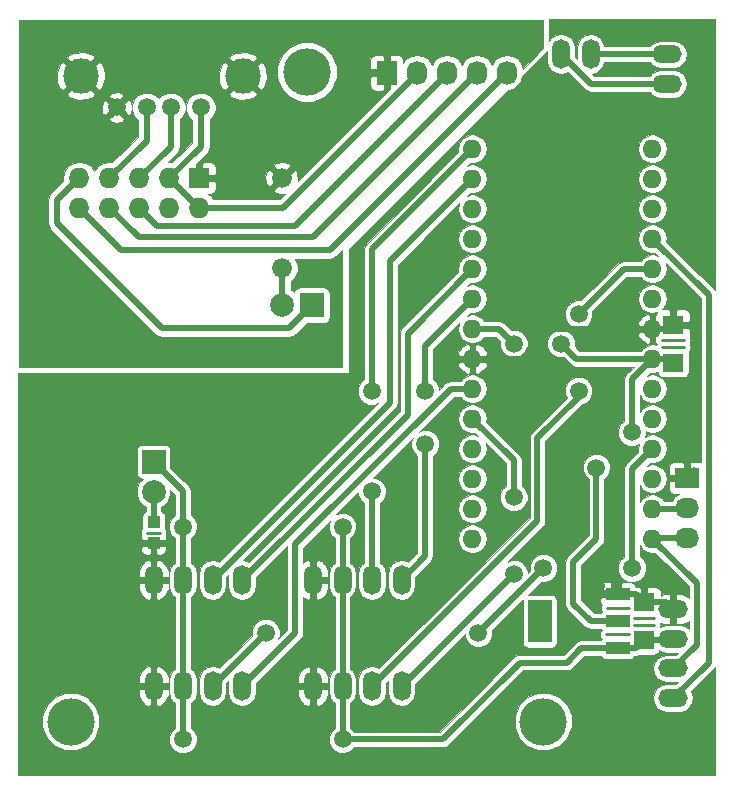
<source format=gbr>
G04 #@! TF.FileFunction,Copper,L2,Bot,Signal*
%FSLAX46Y46*%
G04 Gerber Fmt 4.6, Leading zero omitted, Abs format (unit mm)*
G04 Created by KiCad (PCBNEW 4.0.2-stable) date 2016/05/27 19:35:22*
%MOMM*%
G01*
G04 APERTURE LIST*
%ADD10C,0.100000*%
%ADD11O,1.500000X2.500000*%
%ADD12O,1.600000X1.600000*%
%ADD13R,1.727200X1.727200*%
%ADD14O,1.727200X1.727200*%
%ADD15R,1.800000X1.600000*%
%ADD16R,2.000000X2.000000*%
%ADD17C,2.000000*%
%ADD18C,1.501140*%
%ADD19C,2.999740*%
%ADD20O,2.500000X1.500000*%
%ADD21C,1.676400*%
%ADD22R,2.032000X3.657600*%
%ADD23R,2.032000X1.016000*%
%ADD24R,1.080000X1.050000*%
%ADD25R,1.727200X2.032000*%
%ADD26O,1.727200X2.032000*%
%ADD27R,2.032000X1.727200*%
%ADD28O,2.032000X1.727200*%
%ADD29C,4.000000*%
%ADD30C,1.500000*%
%ADD31C,0.250000*%
%ADD32C,0.500000*%
%ADD33C,0.025400*%
G04 APERTURE END LIST*
D10*
D11*
X19500000Y-48000000D03*
X17000000Y-48000000D03*
X14500000Y-48000000D03*
X12000000Y-48000000D03*
D12*
X39000000Y-11500000D03*
X39000000Y-14040000D03*
X39000000Y-16580000D03*
X39000000Y-19120000D03*
X39000000Y-21660000D03*
X39000000Y-24200000D03*
X39000000Y-26740000D03*
X39000000Y-29280000D03*
X39000000Y-31820000D03*
X39000000Y-34360000D03*
X39000000Y-36900000D03*
X39000000Y-39440000D03*
X39000000Y-41980000D03*
X39000000Y-44520000D03*
X54240000Y-44520000D03*
X54240000Y-41980000D03*
X54240000Y-39440000D03*
X54240000Y-36900000D03*
X54240000Y-34360000D03*
X54240000Y-31820000D03*
X54240000Y-29280000D03*
X54240000Y-26740000D03*
X54240000Y-24200000D03*
X54240000Y-21660000D03*
X54240000Y-19120000D03*
X54240000Y-16580000D03*
X54240000Y-14040000D03*
X54240000Y-11500000D03*
D13*
X15875000Y-13970000D03*
D14*
X15875000Y-16510000D03*
X13335000Y-13970000D03*
X13335000Y-16510000D03*
X10795000Y-13970000D03*
X10795000Y-16510000D03*
X8255000Y-13970000D03*
X8255000Y-16510000D03*
X5715000Y-13970000D03*
X5715000Y-16510000D03*
D15*
X53500000Y-53100000D03*
X53500000Y-49900000D03*
X56000000Y-29600000D03*
X56000000Y-26400000D03*
D16*
X25400000Y-24765000D03*
D17*
X22860000Y-24765000D03*
D18*
X8887140Y-8002120D03*
X11427140Y-8002120D03*
X13459140Y-8002120D03*
X15999140Y-8002120D03*
D19*
X5839140Y-5335120D03*
X19555140Y-5335120D03*
D20*
X56000000Y-58000000D03*
X56000000Y-55500000D03*
X56000000Y-53000000D03*
X56000000Y-50500000D03*
D11*
X33000000Y-57000000D03*
X30500000Y-57000000D03*
X28000000Y-57000000D03*
X25500000Y-57000000D03*
X33000000Y-48000000D03*
X30500000Y-48000000D03*
X28000000Y-48000000D03*
X25500000Y-48000000D03*
X19500000Y-57000000D03*
X17000000Y-57000000D03*
X14500000Y-57000000D03*
X12000000Y-57000000D03*
D21*
X22860000Y-13970000D03*
X22860000Y-21590000D03*
D22*
X44698000Y-51500000D03*
D23*
X51302000Y-51500000D03*
X51302000Y-53786000D03*
X51302000Y-49214000D03*
D16*
X12000000Y-38000000D03*
D17*
X12000000Y-40540000D03*
D24*
X12000000Y-44875000D03*
X12000000Y-43125000D03*
D25*
X31750000Y-5080000D03*
D26*
X34290000Y-5080000D03*
X36830000Y-5080000D03*
X39370000Y-5080000D03*
X41910000Y-5080000D03*
D20*
X55500000Y-6000000D03*
X55500000Y-3500000D03*
D11*
X49000000Y-3500000D03*
X46500000Y-3500000D03*
D27*
X57150000Y-39370000D03*
D28*
X57150000Y-41910000D03*
X57150000Y-44450000D03*
D29*
X45000000Y-60000000D03*
X5000000Y-60000000D03*
X25000000Y-5000000D03*
D30*
X49500000Y-48500000D03*
X49500000Y-56000000D03*
X28000000Y-61500000D03*
X14500000Y-61500000D03*
X14500000Y-43500000D03*
X28000000Y-43500000D03*
X52500000Y-35500000D03*
X49500000Y-38500000D03*
X46500000Y-28000000D03*
X42500000Y-28000000D03*
X42500000Y-47500000D03*
X42500000Y-41000000D03*
X48000000Y-32000000D03*
X48000000Y-25500000D03*
X35000000Y-36500000D03*
X35000000Y-32000000D03*
X30500000Y-40500000D03*
X30500000Y-32000000D03*
X52500000Y-47000000D03*
X21500000Y-52500000D03*
X39500000Y-52500000D03*
X45000000Y-47000000D03*
D31*
X50300000Y-52600000D02*
X52250000Y-52600000D01*
X52250000Y-50350000D02*
X50400000Y-50350000D01*
X54400000Y-51800000D02*
X52650000Y-51800000D01*
X54400000Y-51200000D02*
X52650000Y-51200000D01*
X11450000Y-44000000D02*
X12550000Y-44000000D01*
X55050000Y-28300000D02*
X56950000Y-28300000D01*
X55050000Y-27700000D02*
X56950000Y-27700000D01*
D32*
X39060000Y-39440000D02*
X39000000Y-39440000D01*
X56000000Y-26400000D02*
X57515000Y-26400000D01*
X57785000Y-26670000D02*
X57785000Y-28575000D01*
X57515000Y-26400000D02*
X57785000Y-26670000D01*
X57150000Y-39370000D02*
X57150000Y-33020000D01*
X57785000Y-32385000D02*
X57785000Y-28575000D01*
X57150000Y-33020000D02*
X57785000Y-32385000D01*
X57150000Y-39370000D02*
X57785000Y-38735000D01*
X54240000Y-26740000D02*
X55660000Y-26740000D01*
X55660000Y-26740000D02*
X56000000Y-26400000D01*
X50500000Y-32000000D02*
X49000000Y-30500000D01*
X50500000Y-32000000D02*
X51000000Y-32500000D01*
X51000000Y-32500000D02*
X51000000Y-48912000D01*
X43280000Y-29280000D02*
X44500000Y-30500000D01*
X49000000Y-30500000D02*
X44500000Y-30500000D01*
X39000000Y-29280000D02*
X43280000Y-29280000D01*
X54240000Y-26740000D02*
X45760000Y-26740000D01*
X43220000Y-29280000D02*
X39000000Y-29280000D01*
X45760000Y-26740000D02*
X43220000Y-29280000D01*
X51302000Y-49214000D02*
X50214000Y-49214000D01*
X50214000Y-49214000D02*
X49500000Y-48500000D01*
X49500000Y-56000000D02*
X48000000Y-56000000D01*
X37000000Y-63000000D02*
X44000000Y-56000000D01*
X44000000Y-56000000D02*
X48000000Y-56000000D01*
X24000000Y-63000000D02*
X37000000Y-63000000D01*
X51000000Y-48912000D02*
X51302000Y-49214000D01*
X12000000Y-57000000D02*
X12000000Y-61500000D01*
X25500000Y-61500000D02*
X25500000Y-57000000D01*
X24000000Y-63000000D02*
X25500000Y-61500000D01*
X13500000Y-63000000D02*
X24000000Y-63000000D01*
X12000000Y-61500000D02*
X13500000Y-63000000D01*
X53500000Y-49900000D02*
X55400000Y-49900000D01*
X55400000Y-49900000D02*
X56000000Y-50500000D01*
X51302000Y-49214000D02*
X52814000Y-49214000D01*
X52814000Y-49214000D02*
X53500000Y-49900000D01*
X12000000Y-44875000D02*
X12000000Y-48000000D01*
X25500000Y-57000000D02*
X25500000Y-48000000D01*
X12000000Y-57000000D02*
X12000000Y-48000000D01*
X51302000Y-53786000D02*
X48214000Y-53786000D01*
X47000000Y-55000000D02*
X43000000Y-55000000D01*
X48214000Y-53786000D02*
X47000000Y-55000000D01*
X36500000Y-61500000D02*
X28000000Y-61500000D01*
X43000000Y-55000000D02*
X36500000Y-61500000D01*
X53500000Y-53100000D02*
X55900000Y-53100000D01*
X55900000Y-53100000D02*
X56000000Y-53000000D01*
X51302000Y-53786000D02*
X52814000Y-53786000D01*
X52814000Y-53786000D02*
X53500000Y-53100000D01*
X14500000Y-57000000D02*
X14500000Y-61500000D01*
X28000000Y-61500000D02*
X28000000Y-57000000D01*
X28000000Y-48000000D02*
X28000000Y-43500000D01*
X12000000Y-38000000D02*
X14500000Y-40500000D01*
X14500000Y-40500000D02*
X14500000Y-43500000D01*
X14500000Y-43500000D02*
X14500000Y-48000000D01*
X28000000Y-48000000D02*
X28000000Y-57000000D01*
X14500000Y-48000000D02*
X14500000Y-57000000D01*
X54240000Y-29280000D02*
X55680000Y-29280000D01*
X55680000Y-29280000D02*
X56000000Y-29600000D01*
X49500000Y-38500000D02*
X49500000Y-44500000D01*
X49500000Y-44500000D02*
X47500000Y-46500000D01*
X54240000Y-29280000D02*
X52500000Y-31020000D01*
X52500000Y-31020000D02*
X52500000Y-35500000D01*
X49000000Y-51500000D02*
X51302000Y-51500000D01*
X47500000Y-50000000D02*
X49000000Y-51500000D01*
X47500000Y-46500000D02*
X47500000Y-50000000D01*
X54240000Y-29280000D02*
X54220000Y-29280000D01*
X54240000Y-29280000D02*
X47780000Y-29280000D01*
X47780000Y-29280000D02*
X46500000Y-28000000D01*
X39000000Y-26740000D02*
X41240000Y-26740000D01*
X41240000Y-26740000D02*
X42500000Y-28000000D01*
X25400000Y-24765000D02*
X23495000Y-26670000D01*
X3810000Y-15875000D02*
X5715000Y-13970000D01*
X3810000Y-17780000D02*
X3810000Y-15875000D01*
X12700000Y-26670000D02*
X3810000Y-17780000D01*
X23495000Y-26670000D02*
X12700000Y-26670000D01*
X22860000Y-24765000D02*
X22860000Y-21590000D01*
X23030000Y-13970000D02*
X28000000Y-9000000D01*
X32000000Y-5000000D02*
X29500000Y-5000000D01*
X29500000Y-5000000D02*
X28000000Y-6500000D01*
X28000000Y-6500000D02*
X28000000Y-9000000D01*
X22860000Y-13970000D02*
X21000000Y-12110000D01*
X21000000Y-12110000D02*
X21000000Y-12000000D01*
X22860000Y-13970000D02*
X23030000Y-13970000D01*
X15875000Y-13970000D02*
X19050000Y-13970000D01*
X19050000Y-13970000D02*
X19030000Y-13970000D01*
X19030000Y-13970000D02*
X21000000Y-12000000D01*
X21000000Y-12000000D02*
X21500000Y-11500000D01*
X19555140Y-5335120D02*
X21500000Y-7279980D01*
X21500000Y-7279980D02*
X21500000Y-11500000D01*
X8887140Y-8002120D02*
X13714260Y-3175000D01*
X13714260Y-3175000D02*
X13970000Y-3175000D01*
X5839140Y-5335120D02*
X7999260Y-3175000D01*
X13970000Y-3175000D02*
X17395020Y-3175000D01*
X17395020Y-3175000D02*
X19555140Y-5335120D01*
X7999260Y-3175000D02*
X13970000Y-3175000D01*
X15875000Y-13970000D02*
X15905000Y-14000000D01*
X57150000Y-44450000D02*
X54310000Y-44450000D01*
X54310000Y-44450000D02*
X54240000Y-44520000D01*
X56000000Y-55500000D02*
X58000000Y-53500000D01*
X58000000Y-48280000D02*
X54240000Y-44520000D01*
X58000000Y-53500000D02*
X58000000Y-48280000D01*
X39000000Y-34360000D02*
X42500000Y-37860000D01*
X42500000Y-37860000D02*
X42500000Y-41000000D01*
X33000000Y-57000000D02*
X42500000Y-47500000D01*
X33500000Y-57000000D02*
X33000000Y-57000000D01*
X48000000Y-32500000D02*
X44500000Y-36000000D01*
X44500000Y-36000000D02*
X44500000Y-43000000D01*
X48000000Y-32500000D02*
X48000000Y-32000000D01*
X54240000Y-21660000D02*
X51840000Y-21660000D01*
X51840000Y-21660000D02*
X48000000Y-25500000D01*
X44500000Y-43000000D02*
X30500000Y-57000000D01*
X39000000Y-24200000D02*
X35000000Y-28200000D01*
X35000000Y-46000000D02*
X33000000Y-48000000D01*
X35000000Y-36500000D02*
X35000000Y-46000000D01*
X35000000Y-28200000D02*
X35000000Y-32000000D01*
X39000000Y-11500000D02*
X30500000Y-20000000D01*
X30500000Y-40500000D02*
X30500000Y-48000000D01*
X30500000Y-20000000D02*
X30500000Y-32000000D01*
X19500000Y-48000000D02*
X33500000Y-34000000D01*
X33500000Y-34000000D02*
X33500000Y-30500000D01*
X33500000Y-27160000D02*
X39000000Y-21660000D01*
X33500000Y-30500000D02*
X33500000Y-27160000D01*
X17000000Y-48000000D02*
X32000000Y-33000000D01*
X32000000Y-33000000D02*
X32000000Y-30500000D01*
X32000000Y-21040000D02*
X39000000Y-14040000D01*
X32000000Y-30500000D02*
X32000000Y-21040000D01*
X54240000Y-36900000D02*
X52500000Y-38640000D01*
X52500000Y-38640000D02*
X52500000Y-47000000D01*
X21500000Y-52500000D02*
X17000000Y-57000000D01*
X45000000Y-47000000D02*
X39500000Y-52500000D01*
X19500000Y-57000000D02*
X24000000Y-52500000D01*
X37180000Y-31820000D02*
X39000000Y-31820000D01*
X24000000Y-45000000D02*
X37180000Y-31820000D01*
X24000000Y-52500000D02*
X24000000Y-45000000D01*
X8255000Y-13970000D02*
X11427140Y-10797860D01*
X11427140Y-10797860D02*
X11427140Y-8002120D01*
X54240000Y-19120000D02*
X59000000Y-23880000D01*
X59000000Y-55000000D02*
X56000000Y-58000000D01*
X59000000Y-23880000D02*
X59000000Y-55000000D01*
X13459140Y-8002120D02*
X13459140Y-11305860D01*
X13459140Y-11305860D02*
X10795000Y-13970000D01*
X12000000Y-43125000D02*
X12000000Y-40540000D01*
X25511998Y-18988002D02*
X39500000Y-5000000D01*
X8255000Y-16510000D02*
X10733002Y-18988002D01*
X10733002Y-18988002D02*
X25511998Y-18988002D01*
X10795000Y-16510000D02*
X12319000Y-18034000D01*
X23966000Y-18034000D02*
X37000000Y-5000000D01*
X12319000Y-18034000D02*
X23966000Y-18034000D01*
X15875000Y-16510000D02*
X23000000Y-16510000D01*
X34500000Y-5000000D02*
X23000000Y-16500000D01*
X23000000Y-16500000D02*
X23000000Y-16510000D01*
X13335000Y-13970000D02*
X15999140Y-11305860D01*
X15999140Y-11305860D02*
X15999140Y-8002120D01*
X13335000Y-13970000D02*
X15875000Y-16510000D01*
X54240000Y-41980000D02*
X57080000Y-41980000D01*
X57080000Y-41980000D02*
X57150000Y-41910000D01*
X42000000Y-5000000D02*
X26934000Y-20066000D01*
X9271000Y-20066000D02*
X5715000Y-16510000D01*
X26934000Y-20066000D02*
X9271000Y-20066000D01*
X46500000Y-3500000D02*
X49000000Y-6000000D01*
X49000000Y-6000000D02*
X55500000Y-6000000D01*
X49000000Y-3500000D02*
X55500000Y-3500000D01*
D33*
G36*
X44987300Y-2994740D02*
X43252801Y-4729239D01*
X43181535Y-4370964D01*
X42883191Y-3924460D01*
X42436687Y-3626116D01*
X41910000Y-3521351D01*
X41383313Y-3626116D01*
X40936809Y-3924460D01*
X40640000Y-4368667D01*
X40343191Y-3924460D01*
X39896687Y-3626116D01*
X39370000Y-3521351D01*
X38843313Y-3626116D01*
X38396809Y-3924460D01*
X38100000Y-4368667D01*
X37803191Y-3924460D01*
X37356687Y-3626116D01*
X36830000Y-3521351D01*
X36303313Y-3626116D01*
X35856809Y-3924460D01*
X35560000Y-4368667D01*
X35263191Y-3924460D01*
X34816687Y-3626116D01*
X34290000Y-3521351D01*
X33763313Y-3626116D01*
X33316809Y-3924460D01*
X33134300Y-4197604D01*
X33134300Y-3960426D01*
X33055028Y-3769047D01*
X32908553Y-3622572D01*
X32717173Y-3543300D01*
X32121475Y-3543300D01*
X31991300Y-3673475D01*
X31991300Y-4838700D01*
X32011300Y-4838700D01*
X32011300Y-5321300D01*
X31991300Y-5321300D01*
X31991300Y-6430080D01*
X24198605Y-14222775D01*
X24242981Y-14053868D01*
X24169803Y-13518240D01*
X24105613Y-13363272D01*
X23901737Y-13269513D01*
X23201250Y-13970000D01*
X23215392Y-13984142D01*
X22874142Y-14325392D01*
X22860000Y-14311250D01*
X22159513Y-15011737D01*
X22253272Y-15215613D01*
X22776132Y-15352981D01*
X23114647Y-15306733D01*
X22674080Y-15747300D01*
X17015799Y-15747300D01*
X16875154Y-15536809D01*
X16602010Y-15354300D01*
X16842174Y-15354300D01*
X17033553Y-15275028D01*
X17180028Y-15128553D01*
X17259300Y-14937173D01*
X17259300Y-14341475D01*
X17129125Y-14211300D01*
X16116300Y-14211300D01*
X16116300Y-14231300D01*
X15633700Y-14231300D01*
X15633700Y-14211300D01*
X15613700Y-14211300D01*
X15613700Y-13886132D01*
X21477019Y-13886132D01*
X21550197Y-14421760D01*
X21614387Y-14576728D01*
X21818263Y-14670487D01*
X22518750Y-13970000D01*
X21818263Y-13269513D01*
X21614387Y-13363272D01*
X21477019Y-13886132D01*
X15613700Y-13886132D01*
X15613700Y-13728700D01*
X15633700Y-13728700D01*
X15633700Y-12749920D01*
X15667745Y-12715875D01*
X16116300Y-12715875D01*
X16116300Y-13728700D01*
X17129125Y-13728700D01*
X17259300Y-13598525D01*
X17259300Y-13002827D01*
X17228415Y-12928263D01*
X22159513Y-12928263D01*
X22860000Y-13628750D01*
X23560487Y-12928263D01*
X23466728Y-12724387D01*
X22943868Y-12587019D01*
X22408240Y-12660197D01*
X22253272Y-12724387D01*
X22159513Y-12928263D01*
X17228415Y-12928263D01*
X17180028Y-12811447D01*
X17033553Y-12664972D01*
X16842174Y-12585700D01*
X16246475Y-12585700D01*
X16116300Y-12715875D01*
X15667745Y-12715875D01*
X16538450Y-11845170D01*
X16574062Y-11791873D01*
X16703783Y-11597733D01*
X16761840Y-11305860D01*
X16761840Y-9025727D01*
X17069464Y-8718639D01*
X17262190Y-8254502D01*
X17262629Y-7751942D01*
X17070713Y-7287470D01*
X16715659Y-6931796D01*
X16542124Y-6859738D01*
X18371771Y-6859738D01*
X18547762Y-7132181D01*
X19312149Y-7380895D01*
X20113529Y-7318159D01*
X20562518Y-7132181D01*
X20738509Y-6859738D01*
X19555140Y-5676370D01*
X18371771Y-6859738D01*
X16542124Y-6859738D01*
X16251522Y-6739070D01*
X15748962Y-6738631D01*
X15284490Y-6930547D01*
X14928816Y-7285601D01*
X14736090Y-7749738D01*
X14735651Y-8252298D01*
X14927567Y-8716770D01*
X15236440Y-9026182D01*
X15236440Y-10989940D01*
X13587765Y-12638615D01*
X13361963Y-12593700D01*
X13308037Y-12593700D01*
X13235489Y-12608131D01*
X13998450Y-11845170D01*
X14034062Y-11791873D01*
X14163783Y-11597733D01*
X14221840Y-11305860D01*
X14221840Y-9025727D01*
X14529464Y-8718639D01*
X14722190Y-8254502D01*
X14722629Y-7751942D01*
X14530713Y-7287470D01*
X14175659Y-6931796D01*
X13711522Y-6739070D01*
X13208962Y-6738631D01*
X12744490Y-6930547D01*
X12442926Y-7231585D01*
X12143659Y-6931796D01*
X11679522Y-6739070D01*
X11176962Y-6738631D01*
X10712490Y-6930547D01*
X10356816Y-7285601D01*
X10164090Y-7749738D01*
X10163920Y-7944841D01*
X10107231Y-7564569D01*
X10059269Y-7448781D01*
X9864404Y-7366106D01*
X9228390Y-8002120D01*
X9864404Y-8638134D01*
X10059269Y-8555459D01*
X10163752Y-8137059D01*
X10163651Y-8252298D01*
X10355567Y-8716770D01*
X10664440Y-9026182D01*
X10664440Y-10481939D01*
X8507765Y-12638615D01*
X8281963Y-12593700D01*
X8228037Y-12593700D01*
X7701350Y-12698465D01*
X7254846Y-12996809D01*
X6985000Y-13400663D01*
X6715154Y-12996809D01*
X6268650Y-12698465D01*
X5741963Y-12593700D01*
X5688037Y-12593700D01*
X5161350Y-12698465D01*
X4714846Y-12996809D01*
X4416502Y-13443313D01*
X4311737Y-13970000D01*
X4365599Y-14240781D01*
X3270690Y-15335690D01*
X3105357Y-15583127D01*
X3047300Y-15875000D01*
X3047300Y-17780000D01*
X3105357Y-18071873D01*
X3207876Y-18225302D01*
X3270690Y-18319310D01*
X12160690Y-27209311D01*
X12408128Y-27374644D01*
X12700000Y-27432700D01*
X23495000Y-27432700D01*
X23786873Y-27374643D01*
X24034310Y-27209310D01*
X24955876Y-26287744D01*
X26400000Y-26287744D01*
X26589995Y-26251994D01*
X26764494Y-26139707D01*
X26881559Y-25968377D01*
X26922744Y-25765000D01*
X26922744Y-23765000D01*
X26886994Y-23575005D01*
X26774707Y-23400506D01*
X26603377Y-23283441D01*
X26400000Y-23242256D01*
X24400000Y-23242256D01*
X24210005Y-23278006D01*
X24035506Y-23390293D01*
X23918441Y-23561623D01*
X23897815Y-23663477D01*
X23717995Y-23483343D01*
X23622700Y-23443773D01*
X23622700Y-22736535D01*
X23624224Y-22735905D01*
X24004570Y-22356223D01*
X24210665Y-21859890D01*
X24211134Y-21322468D01*
X24007113Y-20828700D01*
X26934000Y-20828700D01*
X27225873Y-20770643D01*
X27473310Y-20605310D01*
X27987300Y-20091320D01*
X27987300Y-29987300D01*
X587700Y-29987300D01*
X587700Y-8979384D01*
X8251126Y-8979384D01*
X8333801Y-9174249D01*
X8824476Y-9296780D01*
X9324691Y-9222211D01*
X9440479Y-9174249D01*
X9523154Y-8979384D01*
X8887140Y-8343370D01*
X8251126Y-8979384D01*
X587700Y-8979384D01*
X587700Y-7939456D01*
X7592480Y-7939456D01*
X7667049Y-8439671D01*
X7715011Y-8555459D01*
X7909876Y-8638134D01*
X8545890Y-8002120D01*
X7909876Y-7366106D01*
X7715011Y-7448781D01*
X7592480Y-7939456D01*
X587700Y-7939456D01*
X587700Y-6859738D01*
X4655771Y-6859738D01*
X4831762Y-7132181D01*
X5596149Y-7380895D01*
X6397529Y-7318159D01*
X6846518Y-7132181D01*
X6915847Y-7024856D01*
X8251126Y-7024856D01*
X8887140Y-7660870D01*
X9523154Y-7024856D01*
X9440479Y-6829991D01*
X8949804Y-6707460D01*
X8449589Y-6782029D01*
X8333801Y-6829991D01*
X8251126Y-7024856D01*
X6915847Y-7024856D01*
X7022509Y-6859738D01*
X5839140Y-5676370D01*
X4655771Y-6859738D01*
X587700Y-6859738D01*
X587700Y-5092129D01*
X3793365Y-5092129D01*
X3856101Y-5893509D01*
X4042079Y-6342498D01*
X4314522Y-6518489D01*
X5497890Y-5335120D01*
X6180390Y-5335120D01*
X7363758Y-6518489D01*
X7636201Y-6342498D01*
X7884915Y-5578111D01*
X7846870Y-5092129D01*
X17509365Y-5092129D01*
X17572101Y-5893509D01*
X17758079Y-6342498D01*
X18030522Y-6518489D01*
X19213890Y-5335120D01*
X19896390Y-5335120D01*
X21079758Y-6518489D01*
X21352201Y-6342498D01*
X21600915Y-5578111D01*
X21594614Y-5497614D01*
X22486865Y-5497614D01*
X22868594Y-6421471D01*
X23574811Y-7128922D01*
X24498000Y-7512263D01*
X25497614Y-7513135D01*
X26421471Y-7131406D01*
X27128922Y-6425189D01*
X27512263Y-5502000D01*
X27512307Y-5451475D01*
X30365700Y-5451475D01*
X30365700Y-6199574D01*
X30444972Y-6390953D01*
X30591447Y-6537428D01*
X30782827Y-6616700D01*
X31378525Y-6616700D01*
X31508700Y-6486525D01*
X31508700Y-5321300D01*
X30495875Y-5321300D01*
X30365700Y-5451475D01*
X27512307Y-5451475D01*
X27513135Y-4502386D01*
X27289203Y-3960426D01*
X30365700Y-3960426D01*
X30365700Y-4708525D01*
X30495875Y-4838700D01*
X31508700Y-4838700D01*
X31508700Y-3673475D01*
X31378525Y-3543300D01*
X30782827Y-3543300D01*
X30591447Y-3622572D01*
X30444972Y-3769047D01*
X30365700Y-3960426D01*
X27289203Y-3960426D01*
X27131406Y-3578529D01*
X26425189Y-2871078D01*
X25502000Y-2487737D01*
X24502386Y-2486865D01*
X23578529Y-2868594D01*
X22871078Y-3574811D01*
X22487737Y-4498000D01*
X22486865Y-5497614D01*
X21594614Y-5497614D01*
X21538179Y-4776731D01*
X21352201Y-4327742D01*
X21079758Y-4151751D01*
X19896390Y-5335120D01*
X19213890Y-5335120D01*
X18030522Y-4151751D01*
X17758079Y-4327742D01*
X17509365Y-5092129D01*
X7846870Y-5092129D01*
X7822179Y-4776731D01*
X7636201Y-4327742D01*
X7363758Y-4151751D01*
X6180390Y-5335120D01*
X5497890Y-5335120D01*
X4314522Y-4151751D01*
X4042079Y-4327742D01*
X3793365Y-5092129D01*
X587700Y-5092129D01*
X587700Y-3810502D01*
X4655771Y-3810502D01*
X5839140Y-4993870D01*
X7022509Y-3810502D01*
X18371771Y-3810502D01*
X19555140Y-4993870D01*
X20738509Y-3810502D01*
X20562518Y-3538059D01*
X19798131Y-3289345D01*
X18996751Y-3352081D01*
X18547762Y-3538059D01*
X18371771Y-3810502D01*
X7022509Y-3810502D01*
X6846518Y-3538059D01*
X6082131Y-3289345D01*
X5280751Y-3352081D01*
X4831762Y-3538059D01*
X4655771Y-3810502D01*
X587700Y-3810502D01*
X587700Y-587700D01*
X44987300Y-587700D01*
X44987300Y-2994740D01*
X44987300Y-2994740D01*
G37*
X44987300Y-2994740D02*
X43252801Y-4729239D01*
X43181535Y-4370964D01*
X42883191Y-3924460D01*
X42436687Y-3626116D01*
X41910000Y-3521351D01*
X41383313Y-3626116D01*
X40936809Y-3924460D01*
X40640000Y-4368667D01*
X40343191Y-3924460D01*
X39896687Y-3626116D01*
X39370000Y-3521351D01*
X38843313Y-3626116D01*
X38396809Y-3924460D01*
X38100000Y-4368667D01*
X37803191Y-3924460D01*
X37356687Y-3626116D01*
X36830000Y-3521351D01*
X36303313Y-3626116D01*
X35856809Y-3924460D01*
X35560000Y-4368667D01*
X35263191Y-3924460D01*
X34816687Y-3626116D01*
X34290000Y-3521351D01*
X33763313Y-3626116D01*
X33316809Y-3924460D01*
X33134300Y-4197604D01*
X33134300Y-3960426D01*
X33055028Y-3769047D01*
X32908553Y-3622572D01*
X32717173Y-3543300D01*
X32121475Y-3543300D01*
X31991300Y-3673475D01*
X31991300Y-4838700D01*
X32011300Y-4838700D01*
X32011300Y-5321300D01*
X31991300Y-5321300D01*
X31991300Y-6430080D01*
X24198605Y-14222775D01*
X24242981Y-14053868D01*
X24169803Y-13518240D01*
X24105613Y-13363272D01*
X23901737Y-13269513D01*
X23201250Y-13970000D01*
X23215392Y-13984142D01*
X22874142Y-14325392D01*
X22860000Y-14311250D01*
X22159513Y-15011737D01*
X22253272Y-15215613D01*
X22776132Y-15352981D01*
X23114647Y-15306733D01*
X22674080Y-15747300D01*
X17015799Y-15747300D01*
X16875154Y-15536809D01*
X16602010Y-15354300D01*
X16842174Y-15354300D01*
X17033553Y-15275028D01*
X17180028Y-15128553D01*
X17259300Y-14937173D01*
X17259300Y-14341475D01*
X17129125Y-14211300D01*
X16116300Y-14211300D01*
X16116300Y-14231300D01*
X15633700Y-14231300D01*
X15633700Y-14211300D01*
X15613700Y-14211300D01*
X15613700Y-13886132D01*
X21477019Y-13886132D01*
X21550197Y-14421760D01*
X21614387Y-14576728D01*
X21818263Y-14670487D01*
X22518750Y-13970000D01*
X21818263Y-13269513D01*
X21614387Y-13363272D01*
X21477019Y-13886132D01*
X15613700Y-13886132D01*
X15613700Y-13728700D01*
X15633700Y-13728700D01*
X15633700Y-12749920D01*
X15667745Y-12715875D01*
X16116300Y-12715875D01*
X16116300Y-13728700D01*
X17129125Y-13728700D01*
X17259300Y-13598525D01*
X17259300Y-13002827D01*
X17228415Y-12928263D01*
X22159513Y-12928263D01*
X22860000Y-13628750D01*
X23560487Y-12928263D01*
X23466728Y-12724387D01*
X22943868Y-12587019D01*
X22408240Y-12660197D01*
X22253272Y-12724387D01*
X22159513Y-12928263D01*
X17228415Y-12928263D01*
X17180028Y-12811447D01*
X17033553Y-12664972D01*
X16842174Y-12585700D01*
X16246475Y-12585700D01*
X16116300Y-12715875D01*
X15667745Y-12715875D01*
X16538450Y-11845170D01*
X16574062Y-11791873D01*
X16703783Y-11597733D01*
X16761840Y-11305860D01*
X16761840Y-9025727D01*
X17069464Y-8718639D01*
X17262190Y-8254502D01*
X17262629Y-7751942D01*
X17070713Y-7287470D01*
X16715659Y-6931796D01*
X16542124Y-6859738D01*
X18371771Y-6859738D01*
X18547762Y-7132181D01*
X19312149Y-7380895D01*
X20113529Y-7318159D01*
X20562518Y-7132181D01*
X20738509Y-6859738D01*
X19555140Y-5676370D01*
X18371771Y-6859738D01*
X16542124Y-6859738D01*
X16251522Y-6739070D01*
X15748962Y-6738631D01*
X15284490Y-6930547D01*
X14928816Y-7285601D01*
X14736090Y-7749738D01*
X14735651Y-8252298D01*
X14927567Y-8716770D01*
X15236440Y-9026182D01*
X15236440Y-10989940D01*
X13587765Y-12638615D01*
X13361963Y-12593700D01*
X13308037Y-12593700D01*
X13235489Y-12608131D01*
X13998450Y-11845170D01*
X14034062Y-11791873D01*
X14163783Y-11597733D01*
X14221840Y-11305860D01*
X14221840Y-9025727D01*
X14529464Y-8718639D01*
X14722190Y-8254502D01*
X14722629Y-7751942D01*
X14530713Y-7287470D01*
X14175659Y-6931796D01*
X13711522Y-6739070D01*
X13208962Y-6738631D01*
X12744490Y-6930547D01*
X12442926Y-7231585D01*
X12143659Y-6931796D01*
X11679522Y-6739070D01*
X11176962Y-6738631D01*
X10712490Y-6930547D01*
X10356816Y-7285601D01*
X10164090Y-7749738D01*
X10163920Y-7944841D01*
X10107231Y-7564569D01*
X10059269Y-7448781D01*
X9864404Y-7366106D01*
X9228390Y-8002120D01*
X9864404Y-8638134D01*
X10059269Y-8555459D01*
X10163752Y-8137059D01*
X10163651Y-8252298D01*
X10355567Y-8716770D01*
X10664440Y-9026182D01*
X10664440Y-10481939D01*
X8507765Y-12638615D01*
X8281963Y-12593700D01*
X8228037Y-12593700D01*
X7701350Y-12698465D01*
X7254846Y-12996809D01*
X6985000Y-13400663D01*
X6715154Y-12996809D01*
X6268650Y-12698465D01*
X5741963Y-12593700D01*
X5688037Y-12593700D01*
X5161350Y-12698465D01*
X4714846Y-12996809D01*
X4416502Y-13443313D01*
X4311737Y-13970000D01*
X4365599Y-14240781D01*
X3270690Y-15335690D01*
X3105357Y-15583127D01*
X3047300Y-15875000D01*
X3047300Y-17780000D01*
X3105357Y-18071873D01*
X3207876Y-18225302D01*
X3270690Y-18319310D01*
X12160690Y-27209311D01*
X12408128Y-27374644D01*
X12700000Y-27432700D01*
X23495000Y-27432700D01*
X23786873Y-27374643D01*
X24034310Y-27209310D01*
X24955876Y-26287744D01*
X26400000Y-26287744D01*
X26589995Y-26251994D01*
X26764494Y-26139707D01*
X26881559Y-25968377D01*
X26922744Y-25765000D01*
X26922744Y-23765000D01*
X26886994Y-23575005D01*
X26774707Y-23400506D01*
X26603377Y-23283441D01*
X26400000Y-23242256D01*
X24400000Y-23242256D01*
X24210005Y-23278006D01*
X24035506Y-23390293D01*
X23918441Y-23561623D01*
X23897815Y-23663477D01*
X23717995Y-23483343D01*
X23622700Y-23443773D01*
X23622700Y-22736535D01*
X23624224Y-22735905D01*
X24004570Y-22356223D01*
X24210665Y-21859890D01*
X24211134Y-21322468D01*
X24007113Y-20828700D01*
X26934000Y-20828700D01*
X27225873Y-20770643D01*
X27473310Y-20605310D01*
X27987300Y-20091320D01*
X27987300Y-29987300D01*
X587700Y-29987300D01*
X587700Y-8979384D01*
X8251126Y-8979384D01*
X8333801Y-9174249D01*
X8824476Y-9296780D01*
X9324691Y-9222211D01*
X9440479Y-9174249D01*
X9523154Y-8979384D01*
X8887140Y-8343370D01*
X8251126Y-8979384D01*
X587700Y-8979384D01*
X587700Y-7939456D01*
X7592480Y-7939456D01*
X7667049Y-8439671D01*
X7715011Y-8555459D01*
X7909876Y-8638134D01*
X8545890Y-8002120D01*
X7909876Y-7366106D01*
X7715011Y-7448781D01*
X7592480Y-7939456D01*
X587700Y-7939456D01*
X587700Y-6859738D01*
X4655771Y-6859738D01*
X4831762Y-7132181D01*
X5596149Y-7380895D01*
X6397529Y-7318159D01*
X6846518Y-7132181D01*
X6915847Y-7024856D01*
X8251126Y-7024856D01*
X8887140Y-7660870D01*
X9523154Y-7024856D01*
X9440479Y-6829991D01*
X8949804Y-6707460D01*
X8449589Y-6782029D01*
X8333801Y-6829991D01*
X8251126Y-7024856D01*
X6915847Y-7024856D01*
X7022509Y-6859738D01*
X5839140Y-5676370D01*
X4655771Y-6859738D01*
X587700Y-6859738D01*
X587700Y-5092129D01*
X3793365Y-5092129D01*
X3856101Y-5893509D01*
X4042079Y-6342498D01*
X4314522Y-6518489D01*
X5497890Y-5335120D01*
X6180390Y-5335120D01*
X7363758Y-6518489D01*
X7636201Y-6342498D01*
X7884915Y-5578111D01*
X7846870Y-5092129D01*
X17509365Y-5092129D01*
X17572101Y-5893509D01*
X17758079Y-6342498D01*
X18030522Y-6518489D01*
X19213890Y-5335120D01*
X19896390Y-5335120D01*
X21079758Y-6518489D01*
X21352201Y-6342498D01*
X21600915Y-5578111D01*
X21594614Y-5497614D01*
X22486865Y-5497614D01*
X22868594Y-6421471D01*
X23574811Y-7128922D01*
X24498000Y-7512263D01*
X25497614Y-7513135D01*
X26421471Y-7131406D01*
X27128922Y-6425189D01*
X27512263Y-5502000D01*
X27512307Y-5451475D01*
X30365700Y-5451475D01*
X30365700Y-6199574D01*
X30444972Y-6390953D01*
X30591447Y-6537428D01*
X30782827Y-6616700D01*
X31378525Y-6616700D01*
X31508700Y-6486525D01*
X31508700Y-5321300D01*
X30495875Y-5321300D01*
X30365700Y-5451475D01*
X27512307Y-5451475D01*
X27513135Y-4502386D01*
X27289203Y-3960426D01*
X30365700Y-3960426D01*
X30365700Y-4708525D01*
X30495875Y-4838700D01*
X31508700Y-4838700D01*
X31508700Y-3673475D01*
X31378525Y-3543300D01*
X30782827Y-3543300D01*
X30591447Y-3622572D01*
X30444972Y-3769047D01*
X30365700Y-3960426D01*
X27289203Y-3960426D01*
X27131406Y-3578529D01*
X26425189Y-2871078D01*
X25502000Y-2487737D01*
X24502386Y-2486865D01*
X23578529Y-2868594D01*
X22871078Y-3574811D01*
X22487737Y-4498000D01*
X22486865Y-5497614D01*
X21594614Y-5497614D01*
X21538179Y-4776731D01*
X21352201Y-4327742D01*
X21079758Y-4151751D01*
X19896390Y-5335120D01*
X19213890Y-5335120D01*
X18030522Y-4151751D01*
X17758079Y-4327742D01*
X17509365Y-5092129D01*
X7846870Y-5092129D01*
X7822179Y-4776731D01*
X7636201Y-4327742D01*
X7363758Y-4151751D01*
X6180390Y-5335120D01*
X5497890Y-5335120D01*
X4314522Y-4151751D01*
X4042079Y-4327742D01*
X3793365Y-5092129D01*
X587700Y-5092129D01*
X587700Y-3810502D01*
X4655771Y-3810502D01*
X5839140Y-4993870D01*
X7022509Y-3810502D01*
X18371771Y-3810502D01*
X19555140Y-4993870D01*
X20738509Y-3810502D01*
X20562518Y-3538059D01*
X19798131Y-3289345D01*
X18996751Y-3352081D01*
X18547762Y-3538059D01*
X18371771Y-3810502D01*
X7022509Y-3810502D01*
X6846518Y-3538059D01*
X6082131Y-3289345D01*
X5280751Y-3352081D01*
X4831762Y-3538059D01*
X4655771Y-3810502D01*
X587700Y-3810502D01*
X587700Y-587700D01*
X44987300Y-587700D01*
X44987300Y-2994740D01*
G36*
X59512300Y-23476802D02*
X59468600Y-23411400D01*
X59468597Y-23411398D01*
X55426808Y-19369608D01*
X55476458Y-19120000D01*
X55384147Y-18655920D01*
X55121266Y-18262492D01*
X54727838Y-17999611D01*
X54263758Y-17907300D01*
X54216242Y-17907300D01*
X53752162Y-17999611D01*
X53358734Y-18262492D01*
X53095853Y-18655920D01*
X53003542Y-19120000D01*
X53095853Y-19584080D01*
X53358734Y-19977508D01*
X53752162Y-20240389D01*
X54216242Y-20332700D01*
X54263758Y-20332700D01*
X54473734Y-20290933D01*
X54721064Y-20538264D01*
X54263758Y-20447300D01*
X54216242Y-20447300D01*
X53752162Y-20539611D01*
X53358734Y-20802492D01*
X53228567Y-20997300D01*
X51840000Y-20997300D01*
X51586395Y-21047745D01*
X51371400Y-21191400D01*
X48225304Y-24337496D01*
X47769739Y-24337098D01*
X47342244Y-24513736D01*
X47014885Y-24840523D01*
X46837502Y-25267710D01*
X46837098Y-25730261D01*
X47013736Y-26157756D01*
X47340523Y-26485115D01*
X47767710Y-26662498D01*
X48230261Y-26662902D01*
X48657756Y-26486264D01*
X48845802Y-26298546D01*
X52995265Y-26298546D01*
X53074185Y-26498700D01*
X53998700Y-26498700D01*
X53998700Y-25571685D01*
X53798542Y-25495244D01*
X53355798Y-25758934D01*
X53047666Y-26171983D01*
X52995265Y-26298546D01*
X48845802Y-26298546D01*
X48985115Y-26159477D01*
X49162498Y-25732290D01*
X49162898Y-25274302D01*
X52114500Y-22322700D01*
X53228567Y-22322700D01*
X53358734Y-22517508D01*
X53752162Y-22780389D01*
X54216242Y-22872700D01*
X54263758Y-22872700D01*
X54727838Y-22780389D01*
X55121266Y-22517508D01*
X55384147Y-22124080D01*
X55476458Y-21660000D01*
X55385494Y-21202694D01*
X58337300Y-24154499D01*
X58337300Y-38013753D01*
X58269573Y-37985700D01*
X57521475Y-37985700D01*
X57391300Y-38115875D01*
X57391300Y-39128700D01*
X57411300Y-39128700D01*
X57411300Y-39611300D01*
X57391300Y-39611300D01*
X57391300Y-39631300D01*
X56908700Y-39631300D01*
X56908700Y-39611300D01*
X55743475Y-39611300D01*
X55613300Y-39741475D01*
X55613300Y-40337174D01*
X55692572Y-40528553D01*
X55839047Y-40675028D01*
X56030427Y-40754300D01*
X56446100Y-40754300D01*
X56067130Y-41007520D01*
X55860141Y-41317300D01*
X55251433Y-41317300D01*
X55121266Y-41122492D01*
X54727838Y-40859611D01*
X54263758Y-40767300D01*
X54216242Y-40767300D01*
X53752162Y-40859611D01*
X53358734Y-41122492D01*
X53162700Y-41415877D01*
X53162700Y-40004123D01*
X53358734Y-40297508D01*
X53752162Y-40560389D01*
X54216242Y-40652700D01*
X54263758Y-40652700D01*
X54727838Y-40560389D01*
X55121266Y-40297508D01*
X55384147Y-39904080D01*
X55476458Y-39440000D01*
X55384147Y-38975920D01*
X55121266Y-38582492D01*
X54852378Y-38402826D01*
X55613300Y-38402826D01*
X55613300Y-38998525D01*
X55743475Y-39128700D01*
X56908700Y-39128700D01*
X56908700Y-38115875D01*
X56778525Y-37985700D01*
X56030427Y-37985700D01*
X55839047Y-38064972D01*
X55692572Y-38211447D01*
X55613300Y-38402826D01*
X54852378Y-38402826D01*
X54727838Y-38319611D01*
X54263758Y-38227300D01*
X54216242Y-38227300D01*
X53758936Y-38318264D01*
X54006266Y-38070933D01*
X54216242Y-38112700D01*
X54263758Y-38112700D01*
X54727838Y-38020389D01*
X55121266Y-37757508D01*
X55384147Y-37364080D01*
X55476458Y-36900000D01*
X55384147Y-36435920D01*
X55121266Y-36042492D01*
X54727838Y-35779611D01*
X54263758Y-35687300D01*
X54216242Y-35687300D01*
X53752162Y-35779611D01*
X53600873Y-35880699D01*
X53662498Y-35732290D01*
X53662770Y-35420659D01*
X53752162Y-35480389D01*
X54216242Y-35572700D01*
X54263758Y-35572700D01*
X54727838Y-35480389D01*
X55121266Y-35217508D01*
X55384147Y-34824080D01*
X55476458Y-34360000D01*
X55384147Y-33895920D01*
X55121266Y-33502492D01*
X54727838Y-33239611D01*
X54263758Y-33147300D01*
X54216242Y-33147300D01*
X53752162Y-33239611D01*
X53358734Y-33502492D01*
X53162700Y-33795877D01*
X53162700Y-32384123D01*
X53358734Y-32677508D01*
X53752162Y-32940389D01*
X54216242Y-33032700D01*
X54263758Y-33032700D01*
X54727838Y-32940389D01*
X55121266Y-32677508D01*
X55384147Y-32284080D01*
X55476458Y-31820000D01*
X55384147Y-31355920D01*
X55121266Y-30962492D01*
X54727838Y-30699611D01*
X54263758Y-30607300D01*
X54216242Y-30607300D01*
X53758936Y-30698264D01*
X54006266Y-30450933D01*
X54216242Y-30492700D01*
X54263758Y-30492700D01*
X54681040Y-30409698D01*
X54707992Y-30552937D01*
X54798378Y-30693401D01*
X54936291Y-30787633D01*
X55100000Y-30820785D01*
X56900000Y-30820785D01*
X57052937Y-30792008D01*
X57193401Y-30701622D01*
X57287633Y-30563709D01*
X57320785Y-30400000D01*
X57320785Y-28800000D01*
X57301815Y-28699184D01*
X57330211Y-28680211D01*
X57446770Y-28505769D01*
X57487700Y-28300000D01*
X57446770Y-28094231D01*
X57383807Y-28000000D01*
X57446770Y-27905769D01*
X57487700Y-27700000D01*
X57446770Y-27494231D01*
X57381925Y-27397184D01*
X57420700Y-27303574D01*
X57420700Y-26771475D01*
X57290525Y-26641300D01*
X56241300Y-26641300D01*
X56241300Y-26661300D01*
X55758700Y-26661300D01*
X55758700Y-26641300D01*
X55738700Y-26641300D01*
X55738700Y-26158700D01*
X55758700Y-26158700D01*
X55758700Y-25209475D01*
X56241300Y-25209475D01*
X56241300Y-26158700D01*
X57290525Y-26158700D01*
X57420700Y-26028525D01*
X57420700Y-25496426D01*
X57341428Y-25305047D01*
X57194953Y-25158572D01*
X57003573Y-25079300D01*
X56371475Y-25079300D01*
X56241300Y-25209475D01*
X55758700Y-25209475D01*
X55628525Y-25079300D01*
X55088652Y-25079300D01*
X55121266Y-25057508D01*
X55384147Y-24664080D01*
X55476458Y-24200000D01*
X55384147Y-23735920D01*
X55121266Y-23342492D01*
X54727838Y-23079611D01*
X54263758Y-22987300D01*
X54216242Y-22987300D01*
X53752162Y-23079611D01*
X53358734Y-23342492D01*
X53095853Y-23735920D01*
X53003542Y-24200000D01*
X53095853Y-24664080D01*
X53358734Y-25057508D01*
X53752162Y-25320389D01*
X54216242Y-25412700D01*
X54263758Y-25412700D01*
X54645427Y-25336782D01*
X54579300Y-25496426D01*
X54579300Y-25534258D01*
X54481300Y-25571685D01*
X54481300Y-26498700D01*
X54501300Y-26498700D01*
X54501300Y-26981300D01*
X54481300Y-26981300D01*
X54481300Y-27908315D01*
X54580158Y-27946069D01*
X54616193Y-28000000D01*
X54553230Y-28094231D01*
X54547366Y-28123713D01*
X54263758Y-28067300D01*
X54216242Y-28067300D01*
X53752162Y-28159611D01*
X53358734Y-28422492D01*
X53228567Y-28617300D01*
X48054499Y-28617300D01*
X47662504Y-28225305D01*
X47662902Y-27769739D01*
X47486264Y-27342244D01*
X47325755Y-27181454D01*
X52995265Y-27181454D01*
X53047666Y-27308017D01*
X53355798Y-27721066D01*
X53798542Y-27984756D01*
X53998700Y-27908315D01*
X53998700Y-26981300D01*
X53074185Y-26981300D01*
X52995265Y-27181454D01*
X47325755Y-27181454D01*
X47159477Y-27014885D01*
X46732290Y-26837502D01*
X46269739Y-26837098D01*
X45842244Y-27013736D01*
X45514885Y-27340523D01*
X45337502Y-27767710D01*
X45337098Y-28230261D01*
X45513736Y-28657756D01*
X45840523Y-28985115D01*
X46267710Y-29162498D01*
X46725699Y-29162898D01*
X47311398Y-29748597D01*
X47311400Y-29748600D01*
X47440280Y-29834715D01*
X47526395Y-29892255D01*
X47780000Y-29942700D01*
X52640100Y-29942700D01*
X52031400Y-30551400D01*
X51887745Y-30766395D01*
X51887745Y-30766396D01*
X51837300Y-31020000D01*
X51837300Y-34518671D01*
X51514885Y-34840523D01*
X51337502Y-35267710D01*
X51337098Y-35730261D01*
X51513736Y-36157756D01*
X51840523Y-36485115D01*
X52267710Y-36662498D01*
X52730261Y-36662902D01*
X53079399Y-36518641D01*
X53003542Y-36900000D01*
X53053192Y-37149609D01*
X52031400Y-38171400D01*
X51887745Y-38386395D01*
X51870667Y-38472254D01*
X51837300Y-38640000D01*
X51837300Y-46018671D01*
X51514885Y-46340523D01*
X51337502Y-46767710D01*
X51337098Y-47230261D01*
X51513736Y-47657756D01*
X51840523Y-47985115D01*
X52267710Y-48162498D01*
X52730261Y-48162902D01*
X53157756Y-47986264D01*
X53485115Y-47659477D01*
X53662498Y-47232290D01*
X53662902Y-46769739D01*
X53486264Y-46342244D01*
X53162700Y-46018114D01*
X53162700Y-45084123D01*
X53358734Y-45377508D01*
X53752162Y-45640389D01*
X54216242Y-45732700D01*
X54263758Y-45732700D01*
X54473733Y-45690933D01*
X57337300Y-48554500D01*
X57337300Y-49544253D01*
X57209208Y-49418368D01*
X56741300Y-49229300D01*
X56241300Y-49229300D01*
X56241300Y-50258700D01*
X56261300Y-50258700D01*
X56261300Y-50741300D01*
X56241300Y-50741300D01*
X56241300Y-51770700D01*
X56741300Y-51770700D01*
X57209208Y-51581632D01*
X57337300Y-51455747D01*
X57337300Y-52166203D01*
X56977520Y-51925805D01*
X56532574Y-51837300D01*
X55467426Y-51837300D01*
X55022480Y-51925805D01*
X54891902Y-52013055D01*
X54896770Y-52005769D01*
X54937700Y-51800000D01*
X54903307Y-51627096D01*
X55258700Y-51770700D01*
X55758700Y-51770700D01*
X55758700Y-50741300D01*
X55738700Y-50741300D01*
X55738700Y-50258700D01*
X55758700Y-50258700D01*
X55758700Y-49229300D01*
X55258700Y-49229300D01*
X54920700Y-49365876D01*
X54920700Y-48996426D01*
X54841428Y-48805047D01*
X54694953Y-48658572D01*
X54503573Y-48579300D01*
X53871475Y-48579300D01*
X53741300Y-48709475D01*
X53741300Y-49658700D01*
X53761300Y-49658700D01*
X53761300Y-50141300D01*
X53741300Y-50141300D01*
X53741300Y-50161300D01*
X53258700Y-50161300D01*
X53258700Y-50141300D01*
X53238700Y-50141300D01*
X53238700Y-49658700D01*
X53258700Y-49658700D01*
X53258700Y-48709475D01*
X53128525Y-48579300D01*
X52829121Y-48579300D01*
X52759428Y-48411047D01*
X52612953Y-48264572D01*
X52421573Y-48185300D01*
X51673475Y-48185300D01*
X51543300Y-48315475D01*
X51543300Y-48972700D01*
X51563300Y-48972700D01*
X51563300Y-49455300D01*
X51543300Y-49455300D01*
X51543300Y-49475300D01*
X51060700Y-49475300D01*
X51060700Y-49455300D01*
X49895475Y-49455300D01*
X49765300Y-49585475D01*
X49765300Y-49825574D01*
X49844572Y-50016953D01*
X49930715Y-50103096D01*
X49903230Y-50144231D01*
X49862300Y-50350000D01*
X49903230Y-50555769D01*
X49993001Y-50690120D01*
X49992599Y-50690378D01*
X49898367Y-50828291D01*
X49896543Y-50837300D01*
X49274499Y-50837300D01*
X48162700Y-49725500D01*
X48162700Y-48602426D01*
X49765300Y-48602426D01*
X49765300Y-48842525D01*
X49895475Y-48972700D01*
X51060700Y-48972700D01*
X51060700Y-48315475D01*
X50930525Y-48185300D01*
X50182427Y-48185300D01*
X49991047Y-48264572D01*
X49844572Y-48411047D01*
X49765300Y-48602426D01*
X48162700Y-48602426D01*
X48162700Y-46774500D01*
X49968600Y-44968600D01*
X50112255Y-44753605D01*
X50162700Y-44500000D01*
X50162700Y-39481329D01*
X50485115Y-39159477D01*
X50662498Y-38732290D01*
X50662902Y-38269739D01*
X50486264Y-37842244D01*
X50159477Y-37514885D01*
X49732290Y-37337502D01*
X49269739Y-37337098D01*
X48842244Y-37513736D01*
X48514885Y-37840523D01*
X48337502Y-38267710D01*
X48337098Y-38730261D01*
X48513736Y-39157756D01*
X48837300Y-39481886D01*
X48837300Y-44225500D01*
X47031400Y-46031400D01*
X46887745Y-46246395D01*
X46887745Y-46246396D01*
X46837300Y-46500000D01*
X46837300Y-50000000D01*
X46887745Y-50253605D01*
X47031400Y-50468600D01*
X48531398Y-51968597D01*
X48531400Y-51968600D01*
X48660280Y-52054715D01*
X48746395Y-52112255D01*
X49000000Y-52162700D01*
X49895126Y-52162700D01*
X49928232Y-52214148D01*
X49919789Y-52219789D01*
X49803230Y-52394231D01*
X49762300Y-52600000D01*
X49803230Y-52805769D01*
X49919789Y-52980211D01*
X49967979Y-53012411D01*
X49898367Y-53114291D01*
X49896543Y-53123300D01*
X48214000Y-53123300D01*
X47960395Y-53173745D01*
X47874280Y-53231285D01*
X47745400Y-53317400D01*
X47745398Y-53317403D01*
X46725500Y-54337300D01*
X43000000Y-54337300D01*
X42746395Y-54387745D01*
X42531400Y-54531400D01*
X36225500Y-60837300D01*
X28981329Y-60837300D01*
X28662700Y-60518114D01*
X28662700Y-58461270D01*
X28822153Y-58354727D01*
X29074195Y-57977520D01*
X29162700Y-57532574D01*
X29162700Y-56467426D01*
X29337300Y-56467426D01*
X29337300Y-57532574D01*
X29425805Y-57977520D01*
X29677847Y-58354727D01*
X30055054Y-58606769D01*
X30500000Y-58695274D01*
X30944946Y-58606769D01*
X31322153Y-58354727D01*
X31574195Y-57977520D01*
X31662700Y-57532574D01*
X31662700Y-56774500D01*
X31837300Y-56599900D01*
X31837300Y-57532574D01*
X31925805Y-57977520D01*
X32177847Y-58354727D01*
X32555054Y-58606769D01*
X33000000Y-58695274D01*
X33444946Y-58606769D01*
X33822153Y-58354727D01*
X34074195Y-57977520D01*
X34162700Y-57532574D01*
X34162700Y-56774500D01*
X38337212Y-52599988D01*
X38337098Y-52730261D01*
X38513736Y-53157756D01*
X38840523Y-53485115D01*
X39267710Y-53662498D01*
X39730261Y-53662902D01*
X40157756Y-53486264D01*
X40485115Y-53159477D01*
X40662498Y-52732290D01*
X40662898Y-52274302D01*
X43261215Y-49675984D01*
X43261215Y-53328800D01*
X43289992Y-53481737D01*
X43380378Y-53622201D01*
X43518291Y-53716433D01*
X43682000Y-53749585D01*
X45714000Y-53749585D01*
X45866937Y-53720808D01*
X46007401Y-53630422D01*
X46101633Y-53492509D01*
X46134785Y-53328800D01*
X46134785Y-49671200D01*
X46106008Y-49518263D01*
X46015622Y-49377799D01*
X45877709Y-49283567D01*
X45714000Y-49250415D01*
X43686784Y-49250415D01*
X44774695Y-48162504D01*
X45230261Y-48162902D01*
X45657756Y-47986264D01*
X45985115Y-47659477D01*
X46162498Y-47232290D01*
X46162902Y-46769739D01*
X45986264Y-46342244D01*
X45659477Y-46014885D01*
X45232290Y-45837502D01*
X44769739Y-45837098D01*
X44342244Y-46013736D01*
X44014885Y-46340523D01*
X43837502Y-46767710D01*
X43837102Y-47225699D01*
X43662788Y-47400013D01*
X43662902Y-47269739D01*
X43486264Y-46842244D01*
X43159477Y-46514885D01*
X42732290Y-46337502D01*
X42269739Y-46337098D01*
X41980654Y-46456546D01*
X44968600Y-43468600D01*
X45112255Y-43253604D01*
X45162701Y-43000000D01*
X45162700Y-42999995D01*
X45162700Y-36274500D01*
X48305305Y-33131895D01*
X48657756Y-32986264D01*
X48985115Y-32659477D01*
X49162498Y-32232290D01*
X49162902Y-31769739D01*
X48986264Y-31342244D01*
X48659477Y-31014885D01*
X48232290Y-30837502D01*
X47769739Y-30837098D01*
X47342244Y-31013736D01*
X47014885Y-31340523D01*
X46837502Y-31767710D01*
X46837098Y-32230261D01*
X46981957Y-32580844D01*
X44031400Y-35531400D01*
X43887745Y-35746395D01*
X43887745Y-35746396D01*
X43837300Y-36000000D01*
X43837300Y-42725500D01*
X31079598Y-55483202D01*
X30944946Y-55393231D01*
X30500000Y-55304726D01*
X30055054Y-55393231D01*
X29677847Y-55645273D01*
X29425805Y-56022480D01*
X29337300Y-56467426D01*
X29162700Y-56467426D01*
X29074195Y-56022480D01*
X28822153Y-55645273D01*
X28662700Y-55538730D01*
X28662700Y-49461270D01*
X28822153Y-49354727D01*
X29074195Y-48977520D01*
X29162700Y-48532574D01*
X29162700Y-47467426D01*
X29074195Y-47022480D01*
X28822153Y-46645273D01*
X28662700Y-46538730D01*
X28662700Y-44481329D01*
X28985115Y-44159477D01*
X29162498Y-43732290D01*
X29162902Y-43269739D01*
X28986264Y-42842244D01*
X28659477Y-42514885D01*
X28232290Y-42337502D01*
X27769739Y-42337098D01*
X27480654Y-42456546D01*
X29337212Y-40599988D01*
X29337098Y-40730261D01*
X29513736Y-41157756D01*
X29837300Y-41481886D01*
X29837300Y-46538730D01*
X29677847Y-46645273D01*
X29425805Y-47022480D01*
X29337300Y-47467426D01*
X29337300Y-48532574D01*
X29425805Y-48977520D01*
X29677847Y-49354727D01*
X30055054Y-49606769D01*
X30500000Y-49695274D01*
X30944946Y-49606769D01*
X31322153Y-49354727D01*
X31574195Y-48977520D01*
X31662700Y-48532574D01*
X31662700Y-47467426D01*
X31574195Y-47022480D01*
X31322153Y-46645273D01*
X31162700Y-46538730D01*
X31162700Y-41481329D01*
X31485115Y-41159477D01*
X31662498Y-40732290D01*
X31662902Y-40269739D01*
X31486264Y-39842244D01*
X31159477Y-39514885D01*
X30732290Y-39337502D01*
X30599813Y-39337386D01*
X33956806Y-35980393D01*
X33837502Y-36267710D01*
X33837098Y-36730261D01*
X34013736Y-37157756D01*
X34337300Y-37481886D01*
X34337300Y-45725500D01*
X33579598Y-46483202D01*
X33444946Y-46393231D01*
X33000000Y-46304726D01*
X32555054Y-46393231D01*
X32177847Y-46645273D01*
X31925805Y-47022480D01*
X31837300Y-47467426D01*
X31837300Y-48532574D01*
X31925805Y-48977520D01*
X32177847Y-49354727D01*
X32555054Y-49606769D01*
X33000000Y-49695274D01*
X33444946Y-49606769D01*
X33822153Y-49354727D01*
X34074195Y-48977520D01*
X34162700Y-48532574D01*
X34162700Y-47774500D01*
X35468600Y-46468600D01*
X35612255Y-46253605D01*
X35662700Y-46000000D01*
X35662700Y-44520000D01*
X37763542Y-44520000D01*
X37855853Y-44984080D01*
X38118734Y-45377508D01*
X38512162Y-45640389D01*
X38976242Y-45732700D01*
X39023758Y-45732700D01*
X39487838Y-45640389D01*
X39881266Y-45377508D01*
X40144147Y-44984080D01*
X40236458Y-44520000D01*
X40144147Y-44055920D01*
X39881266Y-43662492D01*
X39487838Y-43399611D01*
X39023758Y-43307300D01*
X38976242Y-43307300D01*
X38512162Y-43399611D01*
X38118734Y-43662492D01*
X37855853Y-44055920D01*
X37763542Y-44520000D01*
X35662700Y-44520000D01*
X35662700Y-41980000D01*
X37763542Y-41980000D01*
X37855853Y-42444080D01*
X38118734Y-42837508D01*
X38512162Y-43100389D01*
X38976242Y-43192700D01*
X39023758Y-43192700D01*
X39487838Y-43100389D01*
X39881266Y-42837508D01*
X40144147Y-42444080D01*
X40236458Y-41980000D01*
X40144147Y-41515920D01*
X39881266Y-41122492D01*
X39487838Y-40859611D01*
X39023758Y-40767300D01*
X38976242Y-40767300D01*
X38512162Y-40859611D01*
X38118734Y-41122492D01*
X37855853Y-41515920D01*
X37763542Y-41980000D01*
X35662700Y-41980000D01*
X35662700Y-39440000D01*
X37763542Y-39440000D01*
X37855853Y-39904080D01*
X38118734Y-40297508D01*
X38512162Y-40560389D01*
X38976242Y-40652700D01*
X39023758Y-40652700D01*
X39487838Y-40560389D01*
X39881266Y-40297508D01*
X40144147Y-39904080D01*
X40236458Y-39440000D01*
X40144147Y-38975920D01*
X39881266Y-38582492D01*
X39487838Y-38319611D01*
X39023758Y-38227300D01*
X38976242Y-38227300D01*
X38512162Y-38319611D01*
X38118734Y-38582492D01*
X37855853Y-38975920D01*
X37763542Y-39440000D01*
X35662700Y-39440000D01*
X35662700Y-37481329D01*
X35985115Y-37159477D01*
X36162498Y-36732290D01*
X36162902Y-36269739D01*
X35986264Y-35842244D01*
X35659477Y-35514885D01*
X35232290Y-35337502D01*
X34769739Y-35337098D01*
X34480653Y-35456546D01*
X35577199Y-34360000D01*
X37763542Y-34360000D01*
X37855853Y-34824080D01*
X38118734Y-35217508D01*
X38512162Y-35480389D01*
X38976242Y-35572700D01*
X39023758Y-35572700D01*
X39233734Y-35530933D01*
X39481064Y-35778264D01*
X39023758Y-35687300D01*
X38976242Y-35687300D01*
X38512162Y-35779611D01*
X38118734Y-36042492D01*
X37855853Y-36435920D01*
X37763542Y-36900000D01*
X37855853Y-37364080D01*
X38118734Y-37757508D01*
X38512162Y-38020389D01*
X38976242Y-38112700D01*
X39023758Y-38112700D01*
X39487838Y-38020389D01*
X39881266Y-37757508D01*
X40144147Y-37364080D01*
X40236458Y-36900000D01*
X40145494Y-36442694D01*
X41837300Y-38134499D01*
X41837300Y-40018671D01*
X41514885Y-40340523D01*
X41337502Y-40767710D01*
X41337098Y-41230261D01*
X41513736Y-41657756D01*
X41840523Y-41985115D01*
X42267710Y-42162498D01*
X42730261Y-42162902D01*
X43157756Y-41986264D01*
X43485115Y-41659477D01*
X43662498Y-41232290D01*
X43662902Y-40769739D01*
X43486264Y-40342244D01*
X43162700Y-40018114D01*
X43162700Y-37860000D01*
X43112255Y-37606396D01*
X42968600Y-37391400D01*
X42968597Y-37391398D01*
X40186808Y-34609608D01*
X40236458Y-34360000D01*
X40144147Y-33895920D01*
X39881266Y-33502492D01*
X39487838Y-33239611D01*
X39023758Y-33147300D01*
X38976242Y-33147300D01*
X38512162Y-33239611D01*
X38118734Y-33502492D01*
X37855853Y-33895920D01*
X37763542Y-34360000D01*
X35577199Y-34360000D01*
X37454499Y-32482700D01*
X37988567Y-32482700D01*
X38118734Y-32677508D01*
X38512162Y-32940389D01*
X38976242Y-33032700D01*
X39023758Y-33032700D01*
X39487838Y-32940389D01*
X39881266Y-32677508D01*
X40144147Y-32284080D01*
X40236458Y-31820000D01*
X40144147Y-31355920D01*
X39881266Y-30962492D01*
X39487838Y-30699611D01*
X39023758Y-30607300D01*
X38976242Y-30607300D01*
X38512162Y-30699611D01*
X38118734Y-30962492D01*
X37988567Y-31157300D01*
X37180005Y-31157300D01*
X37180000Y-31157299D01*
X36926396Y-31207745D01*
X36711400Y-31351400D01*
X36711398Y-31351403D01*
X36162788Y-31900013D01*
X36162902Y-31769739D01*
X35986264Y-31342244D01*
X35662700Y-31018114D01*
X35662700Y-29721454D01*
X37755265Y-29721454D01*
X37807666Y-29848017D01*
X38115798Y-30261066D01*
X38558542Y-30524756D01*
X38758700Y-30448315D01*
X38758700Y-29521300D01*
X39241300Y-29521300D01*
X39241300Y-30448315D01*
X39441458Y-30524756D01*
X39884202Y-30261066D01*
X40192334Y-29848017D01*
X40244735Y-29721454D01*
X40165815Y-29521300D01*
X39241300Y-29521300D01*
X38758700Y-29521300D01*
X37834185Y-29521300D01*
X37755265Y-29721454D01*
X35662700Y-29721454D01*
X35662700Y-28838546D01*
X37755265Y-28838546D01*
X37834185Y-29038700D01*
X38758700Y-29038700D01*
X38758700Y-28111685D01*
X39241300Y-28111685D01*
X39241300Y-29038700D01*
X40165815Y-29038700D01*
X40244735Y-28838546D01*
X40192334Y-28711983D01*
X39884202Y-28298934D01*
X39441458Y-28035244D01*
X39241300Y-28111685D01*
X38758700Y-28111685D01*
X38558542Y-28035244D01*
X38115798Y-28298934D01*
X37807666Y-28711983D01*
X37755265Y-28838546D01*
X35662700Y-28838546D01*
X35662700Y-28474500D01*
X37854506Y-26282694D01*
X37763542Y-26740000D01*
X37855853Y-27204080D01*
X38118734Y-27597508D01*
X38512162Y-27860389D01*
X38976242Y-27952700D01*
X39023758Y-27952700D01*
X39487838Y-27860389D01*
X39881266Y-27597508D01*
X40011433Y-27402700D01*
X40965500Y-27402700D01*
X41337496Y-27774696D01*
X41337098Y-28230261D01*
X41513736Y-28657756D01*
X41840523Y-28985115D01*
X42267710Y-29162498D01*
X42730261Y-29162902D01*
X43157756Y-28986264D01*
X43485115Y-28659477D01*
X43662498Y-28232290D01*
X43662902Y-27769739D01*
X43486264Y-27342244D01*
X43159477Y-27014885D01*
X42732290Y-26837502D01*
X42274302Y-26837102D01*
X41708600Y-26271400D01*
X41493605Y-26127745D01*
X41240000Y-26077300D01*
X40011433Y-26077300D01*
X39881266Y-25882492D01*
X39487838Y-25619611D01*
X39023758Y-25527300D01*
X38976242Y-25527300D01*
X38518936Y-25618264D01*
X38766266Y-25370933D01*
X38976242Y-25412700D01*
X39023758Y-25412700D01*
X39487838Y-25320389D01*
X39881266Y-25057508D01*
X40144147Y-24664080D01*
X40236458Y-24200000D01*
X40144147Y-23735920D01*
X39881266Y-23342492D01*
X39487838Y-23079611D01*
X39023758Y-22987300D01*
X38976242Y-22987300D01*
X38518936Y-23078264D01*
X38766266Y-22830933D01*
X38976242Y-22872700D01*
X39023758Y-22872700D01*
X39487838Y-22780389D01*
X39881266Y-22517508D01*
X40144147Y-22124080D01*
X40236458Y-21660000D01*
X40144147Y-21195920D01*
X39881266Y-20802492D01*
X39487838Y-20539611D01*
X39023758Y-20447300D01*
X38976242Y-20447300D01*
X38512162Y-20539611D01*
X38118734Y-20802492D01*
X37855853Y-21195920D01*
X37763542Y-21660000D01*
X37813192Y-21909609D01*
X33031400Y-26691400D01*
X32887745Y-26906395D01*
X32887745Y-26906396D01*
X32837300Y-27160000D01*
X32837300Y-33725500D01*
X20079598Y-46483202D01*
X19944946Y-46393231D01*
X19610495Y-46326705D01*
X32468597Y-33468602D01*
X32468600Y-33468600D01*
X32612255Y-33253604D01*
X32662700Y-33000000D01*
X32662700Y-21314500D01*
X34857200Y-19120000D01*
X37763542Y-19120000D01*
X37855853Y-19584080D01*
X38118734Y-19977508D01*
X38512162Y-20240389D01*
X38976242Y-20332700D01*
X39023758Y-20332700D01*
X39487838Y-20240389D01*
X39881266Y-19977508D01*
X40144147Y-19584080D01*
X40236458Y-19120000D01*
X40144147Y-18655920D01*
X39881266Y-18262492D01*
X39487838Y-17999611D01*
X39023758Y-17907300D01*
X38976242Y-17907300D01*
X38512162Y-17999611D01*
X38118734Y-18262492D01*
X37855853Y-18655920D01*
X37763542Y-19120000D01*
X34857200Y-19120000D01*
X37854505Y-16122695D01*
X37763542Y-16580000D01*
X37855853Y-17044080D01*
X38118734Y-17437508D01*
X38512162Y-17700389D01*
X38976242Y-17792700D01*
X39023758Y-17792700D01*
X39487838Y-17700389D01*
X39881266Y-17437508D01*
X40144147Y-17044080D01*
X40236458Y-16580000D01*
X53003542Y-16580000D01*
X53095853Y-17044080D01*
X53358734Y-17437508D01*
X53752162Y-17700389D01*
X54216242Y-17792700D01*
X54263758Y-17792700D01*
X54727838Y-17700389D01*
X55121266Y-17437508D01*
X55384147Y-17044080D01*
X55476458Y-16580000D01*
X55384147Y-16115920D01*
X55121266Y-15722492D01*
X54727838Y-15459611D01*
X54263758Y-15367300D01*
X54216242Y-15367300D01*
X53752162Y-15459611D01*
X53358734Y-15722492D01*
X53095853Y-16115920D01*
X53003542Y-16580000D01*
X40236458Y-16580000D01*
X40144147Y-16115920D01*
X39881266Y-15722492D01*
X39487838Y-15459611D01*
X39023758Y-15367300D01*
X38976242Y-15367300D01*
X38518937Y-15458263D01*
X38766267Y-15210933D01*
X38976242Y-15252700D01*
X39023758Y-15252700D01*
X39487838Y-15160389D01*
X39881266Y-14897508D01*
X40144147Y-14504080D01*
X40236458Y-14040000D01*
X53003542Y-14040000D01*
X53095853Y-14504080D01*
X53358734Y-14897508D01*
X53752162Y-15160389D01*
X54216242Y-15252700D01*
X54263758Y-15252700D01*
X54727838Y-15160389D01*
X55121266Y-14897508D01*
X55384147Y-14504080D01*
X55476458Y-14040000D01*
X55384147Y-13575920D01*
X55121266Y-13182492D01*
X54727838Y-12919611D01*
X54263758Y-12827300D01*
X54216242Y-12827300D01*
X53752162Y-12919611D01*
X53358734Y-13182492D01*
X53095853Y-13575920D01*
X53003542Y-14040000D01*
X40236458Y-14040000D01*
X40144147Y-13575920D01*
X39881266Y-13182492D01*
X39487838Y-12919611D01*
X39023758Y-12827300D01*
X38976242Y-12827300D01*
X38518935Y-12918264D01*
X38766266Y-12670933D01*
X38976242Y-12712700D01*
X39023758Y-12712700D01*
X39487838Y-12620389D01*
X39881266Y-12357508D01*
X40144147Y-11964080D01*
X40236458Y-11500000D01*
X53003542Y-11500000D01*
X53095853Y-11964080D01*
X53358734Y-12357508D01*
X53752162Y-12620389D01*
X54216242Y-12712700D01*
X54263758Y-12712700D01*
X54727838Y-12620389D01*
X55121266Y-12357508D01*
X55384147Y-11964080D01*
X55476458Y-11500000D01*
X55384147Y-11035920D01*
X55121266Y-10642492D01*
X54727838Y-10379611D01*
X54263758Y-10287300D01*
X54216242Y-10287300D01*
X53752162Y-10379611D01*
X53358734Y-10642492D01*
X53095853Y-11035920D01*
X53003542Y-11500000D01*
X40236458Y-11500000D01*
X40144147Y-11035920D01*
X39881266Y-10642492D01*
X39487838Y-10379611D01*
X39023758Y-10287300D01*
X38976242Y-10287300D01*
X38512162Y-10379611D01*
X38118734Y-10642492D01*
X37855853Y-11035920D01*
X37763542Y-11500000D01*
X37813192Y-11749609D01*
X30031400Y-19531400D01*
X29887745Y-19746395D01*
X29887745Y-19746396D01*
X29837300Y-20000000D01*
X29837300Y-31018671D01*
X29514885Y-31340523D01*
X29337502Y-31767710D01*
X29337098Y-32230261D01*
X29513736Y-32657756D01*
X29840523Y-32985115D01*
X30267710Y-33162498D01*
X30730261Y-33162902D01*
X31019348Y-33043453D01*
X17579598Y-46483202D01*
X17444946Y-46393231D01*
X17000000Y-46304726D01*
X16555054Y-46393231D01*
X16177847Y-46645273D01*
X15925805Y-47022480D01*
X15837300Y-47467426D01*
X15837300Y-48532574D01*
X15925805Y-48977520D01*
X16177847Y-49354727D01*
X16555054Y-49606769D01*
X17000000Y-49695274D01*
X17444946Y-49606769D01*
X17822153Y-49354727D01*
X18074195Y-48977520D01*
X18162700Y-48532574D01*
X18162700Y-47774500D01*
X18337300Y-47599900D01*
X18337300Y-48532574D01*
X18425805Y-48977520D01*
X18677847Y-49354727D01*
X19055054Y-49606769D01*
X19500000Y-49695274D01*
X19944946Y-49606769D01*
X20322153Y-49354727D01*
X20574195Y-48977520D01*
X20662700Y-48532574D01*
X20662700Y-47774500D01*
X23337300Y-45099900D01*
X23337300Y-52225500D01*
X22543195Y-53019605D01*
X22662498Y-52732290D01*
X22662902Y-52269739D01*
X22486264Y-51842244D01*
X22159477Y-51514885D01*
X21732290Y-51337502D01*
X21269739Y-51337098D01*
X20842244Y-51513736D01*
X20514885Y-51840523D01*
X20337502Y-52267710D01*
X20337102Y-52725698D01*
X17579598Y-55483202D01*
X17444946Y-55393231D01*
X17000000Y-55304726D01*
X16555054Y-55393231D01*
X16177847Y-55645273D01*
X15925805Y-56022480D01*
X15837300Y-56467426D01*
X15837300Y-57532574D01*
X15925805Y-57977520D01*
X16177847Y-58354727D01*
X16555054Y-58606769D01*
X17000000Y-58695274D01*
X17444946Y-58606769D01*
X17822153Y-58354727D01*
X18074195Y-57977520D01*
X18162700Y-57532574D01*
X18162700Y-56774500D01*
X18337300Y-56599900D01*
X18337300Y-57532574D01*
X18425805Y-57977520D01*
X18677847Y-58354727D01*
X19055054Y-58606769D01*
X19500000Y-58695274D01*
X19944946Y-58606769D01*
X20322153Y-58354727D01*
X20574195Y-57977520D01*
X20662700Y-57532574D01*
X20662700Y-57241300D01*
X24229300Y-57241300D01*
X24229300Y-57741300D01*
X24418368Y-58209208D01*
X24772104Y-58569145D01*
X25066506Y-58694472D01*
X25258700Y-58614707D01*
X25258700Y-57241300D01*
X25741300Y-57241300D01*
X25741300Y-58614707D01*
X25933494Y-58694472D01*
X26227896Y-58569145D01*
X26581632Y-58209208D01*
X26770700Y-57741300D01*
X26770700Y-57241300D01*
X25741300Y-57241300D01*
X25258700Y-57241300D01*
X24229300Y-57241300D01*
X20662700Y-57241300D01*
X20662700Y-56774500D01*
X21178500Y-56258700D01*
X24229300Y-56258700D01*
X24229300Y-56758700D01*
X25258700Y-56758700D01*
X25258700Y-55385293D01*
X25741300Y-55385293D01*
X25741300Y-56758700D01*
X26770700Y-56758700D01*
X26770700Y-56258700D01*
X26581632Y-55790792D01*
X26227896Y-55430855D01*
X25933494Y-55305528D01*
X25741300Y-55385293D01*
X25258700Y-55385293D01*
X25066506Y-55305528D01*
X24772104Y-55430855D01*
X24418368Y-55790792D01*
X24229300Y-56258700D01*
X21178500Y-56258700D01*
X24468600Y-52968600D01*
X24612255Y-52753605D01*
X24662700Y-52500000D01*
X24662700Y-49457823D01*
X24772104Y-49569145D01*
X25066506Y-49694472D01*
X25258700Y-49614707D01*
X25258700Y-48241300D01*
X25741300Y-48241300D01*
X25741300Y-49614707D01*
X25933494Y-49694472D01*
X26227896Y-49569145D01*
X26581632Y-49209208D01*
X26770700Y-48741300D01*
X26770700Y-48241300D01*
X25741300Y-48241300D01*
X25258700Y-48241300D01*
X25238700Y-48241300D01*
X25238700Y-47758700D01*
X25258700Y-47758700D01*
X25258700Y-46385293D01*
X25741300Y-46385293D01*
X25741300Y-47758700D01*
X26770700Y-47758700D01*
X26770700Y-47258700D01*
X26581632Y-46790792D01*
X26227896Y-46430855D01*
X25933494Y-46305528D01*
X25741300Y-46385293D01*
X25258700Y-46385293D01*
X25066506Y-46305528D01*
X24772104Y-46430855D01*
X24662700Y-46542177D01*
X24662700Y-45274500D01*
X26956806Y-42980394D01*
X26837502Y-43267710D01*
X26837098Y-43730261D01*
X27013736Y-44157756D01*
X27337300Y-44481886D01*
X27337300Y-46538730D01*
X27177847Y-46645273D01*
X26925805Y-47022480D01*
X26837300Y-47467426D01*
X26837300Y-48532574D01*
X26925805Y-48977520D01*
X27177847Y-49354727D01*
X27337300Y-49461270D01*
X27337300Y-55538730D01*
X27177847Y-55645273D01*
X26925805Y-56022480D01*
X26837300Y-56467426D01*
X26837300Y-57532574D01*
X26925805Y-57977520D01*
X27177847Y-58354727D01*
X27337300Y-58461270D01*
X27337300Y-60518671D01*
X27014885Y-60840523D01*
X26837502Y-61267710D01*
X26837098Y-61730261D01*
X27013736Y-62157756D01*
X27340523Y-62485115D01*
X27767710Y-62662498D01*
X28230261Y-62662902D01*
X28657756Y-62486264D01*
X28981886Y-62162700D01*
X36500000Y-62162700D01*
X36753605Y-62112255D01*
X36968600Y-61968600D01*
X38459390Y-60477810D01*
X42586882Y-60477810D01*
X42953419Y-61364900D01*
X43631531Y-62044195D01*
X44517979Y-62412281D01*
X45477810Y-62413118D01*
X46364900Y-62046581D01*
X47044195Y-61368469D01*
X47412281Y-60482021D01*
X47413118Y-59522190D01*
X47046581Y-58635100D01*
X46368469Y-57955805D01*
X45482021Y-57587719D01*
X44522190Y-57586882D01*
X43635100Y-57953419D01*
X42955805Y-58631531D01*
X42587719Y-59517979D01*
X42586882Y-60477810D01*
X38459390Y-60477810D01*
X43274500Y-55662700D01*
X47000000Y-55662700D01*
X47253605Y-55612255D01*
X47468600Y-55468600D01*
X48488499Y-54448700D01*
X49895126Y-54448700D01*
X49984378Y-54587401D01*
X50122291Y-54681633D01*
X50286000Y-54714785D01*
X52318000Y-54714785D01*
X52470937Y-54686008D01*
X52611401Y-54595622D01*
X52705633Y-54457709D01*
X52707457Y-54448700D01*
X52814000Y-54448700D01*
X53067605Y-54398255D01*
X53183547Y-54320785D01*
X54400000Y-54320785D01*
X54552937Y-54292008D01*
X54693401Y-54201622D01*
X54787633Y-54063709D01*
X54813752Y-53934728D01*
X55022480Y-54074195D01*
X55467426Y-54162700D01*
X56400100Y-54162700D01*
X56225500Y-54337300D01*
X55467426Y-54337300D01*
X55022480Y-54425805D01*
X54645273Y-54677847D01*
X54393231Y-55055054D01*
X54304726Y-55500000D01*
X54393231Y-55944946D01*
X54645273Y-56322153D01*
X55022480Y-56574195D01*
X55467426Y-56662700D01*
X56400100Y-56662700D01*
X56225500Y-56837300D01*
X55467426Y-56837300D01*
X55022480Y-56925805D01*
X54645273Y-57177847D01*
X54393231Y-57555054D01*
X54304726Y-58000000D01*
X54393231Y-58444946D01*
X54645273Y-58822153D01*
X55022480Y-59074195D01*
X55467426Y-59162700D01*
X56532574Y-59162700D01*
X56977520Y-59074195D01*
X57354727Y-58822153D01*
X57606769Y-58444946D01*
X57695274Y-58000000D01*
X57606769Y-57555054D01*
X57516797Y-57420402D01*
X59468597Y-55468602D01*
X59468600Y-55468600D01*
X59512300Y-55403198D01*
X59512300Y-64512300D01*
X487700Y-64512300D01*
X487700Y-60477810D01*
X2586882Y-60477810D01*
X2953419Y-61364900D01*
X3631531Y-62044195D01*
X4517979Y-62412281D01*
X5477810Y-62413118D01*
X6364900Y-62046581D01*
X7044195Y-61368469D01*
X7412281Y-60482021D01*
X7413118Y-59522190D01*
X7046581Y-58635100D01*
X6368469Y-57955805D01*
X5482021Y-57587719D01*
X4522190Y-57586882D01*
X3635100Y-57953419D01*
X2955805Y-58631531D01*
X2587719Y-59517979D01*
X2586882Y-60477810D01*
X487700Y-60477810D01*
X487700Y-57241300D01*
X10729300Y-57241300D01*
X10729300Y-57741300D01*
X10918368Y-58209208D01*
X11272104Y-58569145D01*
X11566506Y-58694472D01*
X11758700Y-58614707D01*
X11758700Y-57241300D01*
X12241300Y-57241300D01*
X12241300Y-58614707D01*
X12433494Y-58694472D01*
X12727896Y-58569145D01*
X13081632Y-58209208D01*
X13270700Y-57741300D01*
X13270700Y-57241300D01*
X12241300Y-57241300D01*
X11758700Y-57241300D01*
X10729300Y-57241300D01*
X487700Y-57241300D01*
X487700Y-56258700D01*
X10729300Y-56258700D01*
X10729300Y-56758700D01*
X11758700Y-56758700D01*
X11758700Y-55385293D01*
X12241300Y-55385293D01*
X12241300Y-56758700D01*
X13270700Y-56758700D01*
X13270700Y-56258700D01*
X13081632Y-55790792D01*
X12727896Y-55430855D01*
X12433494Y-55305528D01*
X12241300Y-55385293D01*
X11758700Y-55385293D01*
X11566506Y-55305528D01*
X11272104Y-55430855D01*
X10918368Y-55790792D01*
X10729300Y-56258700D01*
X487700Y-56258700D01*
X487700Y-48241300D01*
X10729300Y-48241300D01*
X10729300Y-48741300D01*
X10918368Y-49209208D01*
X11272104Y-49569145D01*
X11566506Y-49694472D01*
X11758700Y-49614707D01*
X11758700Y-48241300D01*
X12241300Y-48241300D01*
X12241300Y-49614707D01*
X12433494Y-49694472D01*
X12727896Y-49569145D01*
X13081632Y-49209208D01*
X13270700Y-48741300D01*
X13270700Y-48241300D01*
X12241300Y-48241300D01*
X11758700Y-48241300D01*
X10729300Y-48241300D01*
X487700Y-48241300D01*
X487700Y-47258700D01*
X10729300Y-47258700D01*
X10729300Y-47758700D01*
X11758700Y-47758700D01*
X11758700Y-46385293D01*
X12241300Y-46385293D01*
X12241300Y-47758700D01*
X13270700Y-47758700D01*
X13270700Y-47258700D01*
X13081632Y-46790792D01*
X12727896Y-46430855D01*
X12433494Y-46305528D01*
X12241300Y-46385293D01*
X11758700Y-46385293D01*
X11566506Y-46305528D01*
X11272104Y-46430855D01*
X10918368Y-46790792D01*
X10729300Y-47258700D01*
X487700Y-47258700D01*
X487700Y-45246475D01*
X10939300Y-45246475D01*
X10939300Y-45503574D01*
X11018572Y-45694953D01*
X11165047Y-45841428D01*
X11356427Y-45920700D01*
X11628525Y-45920700D01*
X11758700Y-45790525D01*
X11758700Y-45116300D01*
X12241300Y-45116300D01*
X12241300Y-45790525D01*
X12371475Y-45920700D01*
X12643573Y-45920700D01*
X12834953Y-45841428D01*
X12981428Y-45694953D01*
X13060700Y-45503574D01*
X13060700Y-45246475D01*
X12930525Y-45116300D01*
X12241300Y-45116300D01*
X11758700Y-45116300D01*
X11069475Y-45116300D01*
X10939300Y-45246475D01*
X487700Y-45246475D01*
X487700Y-37000000D01*
X10579215Y-37000000D01*
X10579215Y-39000000D01*
X10607992Y-39152937D01*
X10698378Y-39293401D01*
X10836291Y-39387633D01*
X11000000Y-39420785D01*
X11121565Y-39420785D01*
X10803070Y-39738725D01*
X10587546Y-40257764D01*
X10587056Y-40819770D01*
X10801673Y-41339185D01*
X11198725Y-41736930D01*
X11337300Y-41794471D01*
X11337300Y-42202303D01*
X11307063Y-42207992D01*
X11166599Y-42298378D01*
X11072367Y-42436291D01*
X11039215Y-42600000D01*
X11039215Y-43650000D01*
X11041497Y-43662130D01*
X10953230Y-43794231D01*
X10912300Y-44000000D01*
X10953230Y-44205769D01*
X10955027Y-44208458D01*
X10939300Y-44246426D01*
X10939300Y-44503525D01*
X11069475Y-44633700D01*
X11758700Y-44633700D01*
X11758700Y-44613700D01*
X12241300Y-44613700D01*
X12241300Y-44633700D01*
X12930525Y-44633700D01*
X13060700Y-44503525D01*
X13060700Y-44246426D01*
X13044973Y-44208458D01*
X13046770Y-44205769D01*
X13087700Y-44000000D01*
X13046770Y-43794231D01*
X12958369Y-43661930D01*
X12960785Y-43650000D01*
X12960785Y-42600000D01*
X12932008Y-42447063D01*
X12841622Y-42306599D01*
X12703709Y-42212367D01*
X12662700Y-42204062D01*
X12662700Y-41794721D01*
X12799185Y-41738327D01*
X13196930Y-41341275D01*
X13412454Y-40822236D01*
X13412866Y-40350066D01*
X13837300Y-40774500D01*
X13837300Y-42518671D01*
X13514885Y-42840523D01*
X13337502Y-43267710D01*
X13337098Y-43730261D01*
X13513736Y-44157756D01*
X13837300Y-44481886D01*
X13837300Y-46538730D01*
X13677847Y-46645273D01*
X13425805Y-47022480D01*
X13337300Y-47467426D01*
X13337300Y-48532574D01*
X13425805Y-48977520D01*
X13677847Y-49354727D01*
X13837300Y-49461270D01*
X13837300Y-55538730D01*
X13677847Y-55645273D01*
X13425805Y-56022480D01*
X13337300Y-56467426D01*
X13337300Y-57532574D01*
X13425805Y-57977520D01*
X13677847Y-58354727D01*
X13837300Y-58461270D01*
X13837300Y-60518671D01*
X13514885Y-60840523D01*
X13337502Y-61267710D01*
X13337098Y-61730261D01*
X13513736Y-62157756D01*
X13840523Y-62485115D01*
X14267710Y-62662498D01*
X14730261Y-62662902D01*
X15157756Y-62486264D01*
X15485115Y-62159477D01*
X15662498Y-61732290D01*
X15662902Y-61269739D01*
X15486264Y-60842244D01*
X15162700Y-60518114D01*
X15162700Y-58461270D01*
X15322153Y-58354727D01*
X15574195Y-57977520D01*
X15662700Y-57532574D01*
X15662700Y-56467426D01*
X15574195Y-56022480D01*
X15322153Y-55645273D01*
X15162700Y-55538730D01*
X15162700Y-49461270D01*
X15322153Y-49354727D01*
X15574195Y-48977520D01*
X15662700Y-48532574D01*
X15662700Y-47467426D01*
X15574195Y-47022480D01*
X15322153Y-46645273D01*
X15162700Y-46538730D01*
X15162700Y-44481329D01*
X15485115Y-44159477D01*
X15662498Y-43732290D01*
X15662902Y-43269739D01*
X15486264Y-42842244D01*
X15162700Y-42518114D01*
X15162700Y-40500005D01*
X15162701Y-40500000D01*
X15112255Y-40246396D01*
X14968600Y-40031400D01*
X13420785Y-38483585D01*
X13420785Y-37000000D01*
X13392008Y-36847063D01*
X13301622Y-36706599D01*
X13163709Y-36612367D01*
X13000000Y-36579215D01*
X11000000Y-36579215D01*
X10847063Y-36607992D01*
X10706599Y-36698378D01*
X10612367Y-36836291D01*
X10579215Y-37000000D01*
X487700Y-37000000D01*
X487700Y-30512700D01*
X28500000Y-30512700D01*
X28504941Y-30511699D01*
X28509103Y-30508855D01*
X28511831Y-30504616D01*
X28512700Y-30500000D01*
X28512700Y-20005260D01*
X41998967Y-6518993D01*
X42398419Y-6439537D01*
X42812480Y-6162870D01*
X43089147Y-5748809D01*
X43168603Y-5349357D01*
X45337300Y-3180660D01*
X45337300Y-4032574D01*
X45425805Y-4477520D01*
X45677847Y-4854727D01*
X46055054Y-5106769D01*
X46500000Y-5195274D01*
X46944946Y-5106769D01*
X47079598Y-5016798D01*
X48531400Y-6468600D01*
X48746396Y-6612255D01*
X49000000Y-6662701D01*
X49000005Y-6662700D01*
X54038730Y-6662700D01*
X54145273Y-6822153D01*
X54522480Y-7074195D01*
X54967426Y-7162700D01*
X56032574Y-7162700D01*
X56477520Y-7074195D01*
X56854727Y-6822153D01*
X57106769Y-6444946D01*
X57195274Y-6000000D01*
X57106769Y-5555054D01*
X56854727Y-5177847D01*
X56477520Y-4925805D01*
X56032574Y-4837300D01*
X54967426Y-4837300D01*
X54522480Y-4925805D01*
X54145273Y-5177847D01*
X54038730Y-5337300D01*
X49274500Y-5337300D01*
X49110495Y-5173295D01*
X49444946Y-5106769D01*
X49822153Y-4854727D01*
X50074195Y-4477520D01*
X50136816Y-4162700D01*
X54038730Y-4162700D01*
X54145273Y-4322153D01*
X54522480Y-4574195D01*
X54967426Y-4662700D01*
X56032574Y-4662700D01*
X56477520Y-4574195D01*
X56854727Y-4322153D01*
X57106769Y-3944946D01*
X57195274Y-3500000D01*
X57106769Y-3055054D01*
X56854727Y-2677847D01*
X56477520Y-2425805D01*
X56032574Y-2337300D01*
X54967426Y-2337300D01*
X54522480Y-2425805D01*
X54145273Y-2677847D01*
X54038730Y-2837300D01*
X50136816Y-2837300D01*
X50074195Y-2522480D01*
X49822153Y-2145273D01*
X49444946Y-1893231D01*
X49000000Y-1804726D01*
X48555054Y-1893231D01*
X48177847Y-2145273D01*
X47925805Y-2522480D01*
X47837300Y-2967426D01*
X47837300Y-3900100D01*
X47662700Y-3725500D01*
X47662700Y-2967426D01*
X47574195Y-2522480D01*
X47322153Y-2145273D01*
X46944946Y-1893231D01*
X46500000Y-1804726D01*
X46055054Y-1893231D01*
X45677847Y-2145273D01*
X45512700Y-2392433D01*
X45512700Y-487700D01*
X59512300Y-487700D01*
X59512300Y-23476802D01*
X59512300Y-23476802D01*
G37*
X59512300Y-23476802D02*
X59468600Y-23411400D01*
X59468597Y-23411398D01*
X55426808Y-19369608D01*
X55476458Y-19120000D01*
X55384147Y-18655920D01*
X55121266Y-18262492D01*
X54727838Y-17999611D01*
X54263758Y-17907300D01*
X54216242Y-17907300D01*
X53752162Y-17999611D01*
X53358734Y-18262492D01*
X53095853Y-18655920D01*
X53003542Y-19120000D01*
X53095853Y-19584080D01*
X53358734Y-19977508D01*
X53752162Y-20240389D01*
X54216242Y-20332700D01*
X54263758Y-20332700D01*
X54473734Y-20290933D01*
X54721064Y-20538264D01*
X54263758Y-20447300D01*
X54216242Y-20447300D01*
X53752162Y-20539611D01*
X53358734Y-20802492D01*
X53228567Y-20997300D01*
X51840000Y-20997300D01*
X51586395Y-21047745D01*
X51371400Y-21191400D01*
X48225304Y-24337496D01*
X47769739Y-24337098D01*
X47342244Y-24513736D01*
X47014885Y-24840523D01*
X46837502Y-25267710D01*
X46837098Y-25730261D01*
X47013736Y-26157756D01*
X47340523Y-26485115D01*
X47767710Y-26662498D01*
X48230261Y-26662902D01*
X48657756Y-26486264D01*
X48845802Y-26298546D01*
X52995265Y-26298546D01*
X53074185Y-26498700D01*
X53998700Y-26498700D01*
X53998700Y-25571685D01*
X53798542Y-25495244D01*
X53355798Y-25758934D01*
X53047666Y-26171983D01*
X52995265Y-26298546D01*
X48845802Y-26298546D01*
X48985115Y-26159477D01*
X49162498Y-25732290D01*
X49162898Y-25274302D01*
X52114500Y-22322700D01*
X53228567Y-22322700D01*
X53358734Y-22517508D01*
X53752162Y-22780389D01*
X54216242Y-22872700D01*
X54263758Y-22872700D01*
X54727838Y-22780389D01*
X55121266Y-22517508D01*
X55384147Y-22124080D01*
X55476458Y-21660000D01*
X55385494Y-21202694D01*
X58337300Y-24154499D01*
X58337300Y-38013753D01*
X58269573Y-37985700D01*
X57521475Y-37985700D01*
X57391300Y-38115875D01*
X57391300Y-39128700D01*
X57411300Y-39128700D01*
X57411300Y-39611300D01*
X57391300Y-39611300D01*
X57391300Y-39631300D01*
X56908700Y-39631300D01*
X56908700Y-39611300D01*
X55743475Y-39611300D01*
X55613300Y-39741475D01*
X55613300Y-40337174D01*
X55692572Y-40528553D01*
X55839047Y-40675028D01*
X56030427Y-40754300D01*
X56446100Y-40754300D01*
X56067130Y-41007520D01*
X55860141Y-41317300D01*
X55251433Y-41317300D01*
X55121266Y-41122492D01*
X54727838Y-40859611D01*
X54263758Y-40767300D01*
X54216242Y-40767300D01*
X53752162Y-40859611D01*
X53358734Y-41122492D01*
X53162700Y-41415877D01*
X53162700Y-40004123D01*
X53358734Y-40297508D01*
X53752162Y-40560389D01*
X54216242Y-40652700D01*
X54263758Y-40652700D01*
X54727838Y-40560389D01*
X55121266Y-40297508D01*
X55384147Y-39904080D01*
X55476458Y-39440000D01*
X55384147Y-38975920D01*
X55121266Y-38582492D01*
X54852378Y-38402826D01*
X55613300Y-38402826D01*
X55613300Y-38998525D01*
X55743475Y-39128700D01*
X56908700Y-39128700D01*
X56908700Y-38115875D01*
X56778525Y-37985700D01*
X56030427Y-37985700D01*
X55839047Y-38064972D01*
X55692572Y-38211447D01*
X55613300Y-38402826D01*
X54852378Y-38402826D01*
X54727838Y-38319611D01*
X54263758Y-38227300D01*
X54216242Y-38227300D01*
X53758936Y-38318264D01*
X54006266Y-38070933D01*
X54216242Y-38112700D01*
X54263758Y-38112700D01*
X54727838Y-38020389D01*
X55121266Y-37757508D01*
X55384147Y-37364080D01*
X55476458Y-36900000D01*
X55384147Y-36435920D01*
X55121266Y-36042492D01*
X54727838Y-35779611D01*
X54263758Y-35687300D01*
X54216242Y-35687300D01*
X53752162Y-35779611D01*
X53600873Y-35880699D01*
X53662498Y-35732290D01*
X53662770Y-35420659D01*
X53752162Y-35480389D01*
X54216242Y-35572700D01*
X54263758Y-35572700D01*
X54727838Y-35480389D01*
X55121266Y-35217508D01*
X55384147Y-34824080D01*
X55476458Y-34360000D01*
X55384147Y-33895920D01*
X55121266Y-33502492D01*
X54727838Y-33239611D01*
X54263758Y-33147300D01*
X54216242Y-33147300D01*
X53752162Y-33239611D01*
X53358734Y-33502492D01*
X53162700Y-33795877D01*
X53162700Y-32384123D01*
X53358734Y-32677508D01*
X53752162Y-32940389D01*
X54216242Y-33032700D01*
X54263758Y-33032700D01*
X54727838Y-32940389D01*
X55121266Y-32677508D01*
X55384147Y-32284080D01*
X55476458Y-31820000D01*
X55384147Y-31355920D01*
X55121266Y-30962492D01*
X54727838Y-30699611D01*
X54263758Y-30607300D01*
X54216242Y-30607300D01*
X53758936Y-30698264D01*
X54006266Y-30450933D01*
X54216242Y-30492700D01*
X54263758Y-30492700D01*
X54681040Y-30409698D01*
X54707992Y-30552937D01*
X54798378Y-30693401D01*
X54936291Y-30787633D01*
X55100000Y-30820785D01*
X56900000Y-30820785D01*
X57052937Y-30792008D01*
X57193401Y-30701622D01*
X57287633Y-30563709D01*
X57320785Y-30400000D01*
X57320785Y-28800000D01*
X57301815Y-28699184D01*
X57330211Y-28680211D01*
X57446770Y-28505769D01*
X57487700Y-28300000D01*
X57446770Y-28094231D01*
X57383807Y-28000000D01*
X57446770Y-27905769D01*
X57487700Y-27700000D01*
X57446770Y-27494231D01*
X57381925Y-27397184D01*
X57420700Y-27303574D01*
X57420700Y-26771475D01*
X57290525Y-26641300D01*
X56241300Y-26641300D01*
X56241300Y-26661300D01*
X55758700Y-26661300D01*
X55758700Y-26641300D01*
X55738700Y-26641300D01*
X55738700Y-26158700D01*
X55758700Y-26158700D01*
X55758700Y-25209475D01*
X56241300Y-25209475D01*
X56241300Y-26158700D01*
X57290525Y-26158700D01*
X57420700Y-26028525D01*
X57420700Y-25496426D01*
X57341428Y-25305047D01*
X57194953Y-25158572D01*
X57003573Y-25079300D01*
X56371475Y-25079300D01*
X56241300Y-25209475D01*
X55758700Y-25209475D01*
X55628525Y-25079300D01*
X55088652Y-25079300D01*
X55121266Y-25057508D01*
X55384147Y-24664080D01*
X55476458Y-24200000D01*
X55384147Y-23735920D01*
X55121266Y-23342492D01*
X54727838Y-23079611D01*
X54263758Y-22987300D01*
X54216242Y-22987300D01*
X53752162Y-23079611D01*
X53358734Y-23342492D01*
X53095853Y-23735920D01*
X53003542Y-24200000D01*
X53095853Y-24664080D01*
X53358734Y-25057508D01*
X53752162Y-25320389D01*
X54216242Y-25412700D01*
X54263758Y-25412700D01*
X54645427Y-25336782D01*
X54579300Y-25496426D01*
X54579300Y-25534258D01*
X54481300Y-25571685D01*
X54481300Y-26498700D01*
X54501300Y-26498700D01*
X54501300Y-26981300D01*
X54481300Y-26981300D01*
X54481300Y-27908315D01*
X54580158Y-27946069D01*
X54616193Y-28000000D01*
X54553230Y-28094231D01*
X54547366Y-28123713D01*
X54263758Y-28067300D01*
X54216242Y-28067300D01*
X53752162Y-28159611D01*
X53358734Y-28422492D01*
X53228567Y-28617300D01*
X48054499Y-28617300D01*
X47662504Y-28225305D01*
X47662902Y-27769739D01*
X47486264Y-27342244D01*
X47325755Y-27181454D01*
X52995265Y-27181454D01*
X53047666Y-27308017D01*
X53355798Y-27721066D01*
X53798542Y-27984756D01*
X53998700Y-27908315D01*
X53998700Y-26981300D01*
X53074185Y-26981300D01*
X52995265Y-27181454D01*
X47325755Y-27181454D01*
X47159477Y-27014885D01*
X46732290Y-26837502D01*
X46269739Y-26837098D01*
X45842244Y-27013736D01*
X45514885Y-27340523D01*
X45337502Y-27767710D01*
X45337098Y-28230261D01*
X45513736Y-28657756D01*
X45840523Y-28985115D01*
X46267710Y-29162498D01*
X46725699Y-29162898D01*
X47311398Y-29748597D01*
X47311400Y-29748600D01*
X47440280Y-29834715D01*
X47526395Y-29892255D01*
X47780000Y-29942700D01*
X52640100Y-29942700D01*
X52031400Y-30551400D01*
X51887745Y-30766395D01*
X51887745Y-30766396D01*
X51837300Y-31020000D01*
X51837300Y-34518671D01*
X51514885Y-34840523D01*
X51337502Y-35267710D01*
X51337098Y-35730261D01*
X51513736Y-36157756D01*
X51840523Y-36485115D01*
X52267710Y-36662498D01*
X52730261Y-36662902D01*
X53079399Y-36518641D01*
X53003542Y-36900000D01*
X53053192Y-37149609D01*
X52031400Y-38171400D01*
X51887745Y-38386395D01*
X51870667Y-38472254D01*
X51837300Y-38640000D01*
X51837300Y-46018671D01*
X51514885Y-46340523D01*
X51337502Y-46767710D01*
X51337098Y-47230261D01*
X51513736Y-47657756D01*
X51840523Y-47985115D01*
X52267710Y-48162498D01*
X52730261Y-48162902D01*
X53157756Y-47986264D01*
X53485115Y-47659477D01*
X53662498Y-47232290D01*
X53662902Y-46769739D01*
X53486264Y-46342244D01*
X53162700Y-46018114D01*
X53162700Y-45084123D01*
X53358734Y-45377508D01*
X53752162Y-45640389D01*
X54216242Y-45732700D01*
X54263758Y-45732700D01*
X54473733Y-45690933D01*
X57337300Y-48554500D01*
X57337300Y-49544253D01*
X57209208Y-49418368D01*
X56741300Y-49229300D01*
X56241300Y-49229300D01*
X56241300Y-50258700D01*
X56261300Y-50258700D01*
X56261300Y-50741300D01*
X56241300Y-50741300D01*
X56241300Y-51770700D01*
X56741300Y-51770700D01*
X57209208Y-51581632D01*
X57337300Y-51455747D01*
X57337300Y-52166203D01*
X56977520Y-51925805D01*
X56532574Y-51837300D01*
X55467426Y-51837300D01*
X55022480Y-51925805D01*
X54891902Y-52013055D01*
X54896770Y-52005769D01*
X54937700Y-51800000D01*
X54903307Y-51627096D01*
X55258700Y-51770700D01*
X55758700Y-51770700D01*
X55758700Y-50741300D01*
X55738700Y-50741300D01*
X55738700Y-50258700D01*
X55758700Y-50258700D01*
X55758700Y-49229300D01*
X55258700Y-49229300D01*
X54920700Y-49365876D01*
X54920700Y-48996426D01*
X54841428Y-48805047D01*
X54694953Y-48658572D01*
X54503573Y-48579300D01*
X53871475Y-48579300D01*
X53741300Y-48709475D01*
X53741300Y-49658700D01*
X53761300Y-49658700D01*
X53761300Y-50141300D01*
X53741300Y-50141300D01*
X53741300Y-50161300D01*
X53258700Y-50161300D01*
X53258700Y-50141300D01*
X53238700Y-50141300D01*
X53238700Y-49658700D01*
X53258700Y-49658700D01*
X53258700Y-48709475D01*
X53128525Y-48579300D01*
X52829121Y-48579300D01*
X52759428Y-48411047D01*
X52612953Y-48264572D01*
X52421573Y-48185300D01*
X51673475Y-48185300D01*
X51543300Y-48315475D01*
X51543300Y-48972700D01*
X51563300Y-48972700D01*
X51563300Y-49455300D01*
X51543300Y-49455300D01*
X51543300Y-49475300D01*
X51060700Y-49475300D01*
X51060700Y-49455300D01*
X49895475Y-49455300D01*
X49765300Y-49585475D01*
X49765300Y-49825574D01*
X49844572Y-50016953D01*
X49930715Y-50103096D01*
X49903230Y-50144231D01*
X49862300Y-50350000D01*
X49903230Y-50555769D01*
X49993001Y-50690120D01*
X49992599Y-50690378D01*
X49898367Y-50828291D01*
X49896543Y-50837300D01*
X49274499Y-50837300D01*
X48162700Y-49725500D01*
X48162700Y-48602426D01*
X49765300Y-48602426D01*
X49765300Y-48842525D01*
X49895475Y-48972700D01*
X51060700Y-48972700D01*
X51060700Y-48315475D01*
X50930525Y-48185300D01*
X50182427Y-48185300D01*
X49991047Y-48264572D01*
X49844572Y-48411047D01*
X49765300Y-48602426D01*
X48162700Y-48602426D01*
X48162700Y-46774500D01*
X49968600Y-44968600D01*
X50112255Y-44753605D01*
X50162700Y-44500000D01*
X50162700Y-39481329D01*
X50485115Y-39159477D01*
X50662498Y-38732290D01*
X50662902Y-38269739D01*
X50486264Y-37842244D01*
X50159477Y-37514885D01*
X49732290Y-37337502D01*
X49269739Y-37337098D01*
X48842244Y-37513736D01*
X48514885Y-37840523D01*
X48337502Y-38267710D01*
X48337098Y-38730261D01*
X48513736Y-39157756D01*
X48837300Y-39481886D01*
X48837300Y-44225500D01*
X47031400Y-46031400D01*
X46887745Y-46246395D01*
X46887745Y-46246396D01*
X46837300Y-46500000D01*
X46837300Y-50000000D01*
X46887745Y-50253605D01*
X47031400Y-50468600D01*
X48531398Y-51968597D01*
X48531400Y-51968600D01*
X48660280Y-52054715D01*
X48746395Y-52112255D01*
X49000000Y-52162700D01*
X49895126Y-52162700D01*
X49928232Y-52214148D01*
X49919789Y-52219789D01*
X49803230Y-52394231D01*
X49762300Y-52600000D01*
X49803230Y-52805769D01*
X49919789Y-52980211D01*
X49967979Y-53012411D01*
X49898367Y-53114291D01*
X49896543Y-53123300D01*
X48214000Y-53123300D01*
X47960395Y-53173745D01*
X47874280Y-53231285D01*
X47745400Y-53317400D01*
X47745398Y-53317403D01*
X46725500Y-54337300D01*
X43000000Y-54337300D01*
X42746395Y-54387745D01*
X42531400Y-54531400D01*
X36225500Y-60837300D01*
X28981329Y-60837300D01*
X28662700Y-60518114D01*
X28662700Y-58461270D01*
X28822153Y-58354727D01*
X29074195Y-57977520D01*
X29162700Y-57532574D01*
X29162700Y-56467426D01*
X29337300Y-56467426D01*
X29337300Y-57532574D01*
X29425805Y-57977520D01*
X29677847Y-58354727D01*
X30055054Y-58606769D01*
X30500000Y-58695274D01*
X30944946Y-58606769D01*
X31322153Y-58354727D01*
X31574195Y-57977520D01*
X31662700Y-57532574D01*
X31662700Y-56774500D01*
X31837300Y-56599900D01*
X31837300Y-57532574D01*
X31925805Y-57977520D01*
X32177847Y-58354727D01*
X32555054Y-58606769D01*
X33000000Y-58695274D01*
X33444946Y-58606769D01*
X33822153Y-58354727D01*
X34074195Y-57977520D01*
X34162700Y-57532574D01*
X34162700Y-56774500D01*
X38337212Y-52599988D01*
X38337098Y-52730261D01*
X38513736Y-53157756D01*
X38840523Y-53485115D01*
X39267710Y-53662498D01*
X39730261Y-53662902D01*
X40157756Y-53486264D01*
X40485115Y-53159477D01*
X40662498Y-52732290D01*
X40662898Y-52274302D01*
X43261215Y-49675984D01*
X43261215Y-53328800D01*
X43289992Y-53481737D01*
X43380378Y-53622201D01*
X43518291Y-53716433D01*
X43682000Y-53749585D01*
X45714000Y-53749585D01*
X45866937Y-53720808D01*
X46007401Y-53630422D01*
X46101633Y-53492509D01*
X46134785Y-53328800D01*
X46134785Y-49671200D01*
X46106008Y-49518263D01*
X46015622Y-49377799D01*
X45877709Y-49283567D01*
X45714000Y-49250415D01*
X43686784Y-49250415D01*
X44774695Y-48162504D01*
X45230261Y-48162902D01*
X45657756Y-47986264D01*
X45985115Y-47659477D01*
X46162498Y-47232290D01*
X46162902Y-46769739D01*
X45986264Y-46342244D01*
X45659477Y-46014885D01*
X45232290Y-45837502D01*
X44769739Y-45837098D01*
X44342244Y-46013736D01*
X44014885Y-46340523D01*
X43837502Y-46767710D01*
X43837102Y-47225699D01*
X43662788Y-47400013D01*
X43662902Y-47269739D01*
X43486264Y-46842244D01*
X43159477Y-46514885D01*
X42732290Y-46337502D01*
X42269739Y-46337098D01*
X41980654Y-46456546D01*
X44968600Y-43468600D01*
X45112255Y-43253604D01*
X45162701Y-43000000D01*
X45162700Y-42999995D01*
X45162700Y-36274500D01*
X48305305Y-33131895D01*
X48657756Y-32986264D01*
X48985115Y-32659477D01*
X49162498Y-32232290D01*
X49162902Y-31769739D01*
X48986264Y-31342244D01*
X48659477Y-31014885D01*
X48232290Y-30837502D01*
X47769739Y-30837098D01*
X47342244Y-31013736D01*
X47014885Y-31340523D01*
X46837502Y-31767710D01*
X46837098Y-32230261D01*
X46981957Y-32580844D01*
X44031400Y-35531400D01*
X43887745Y-35746395D01*
X43887745Y-35746396D01*
X43837300Y-36000000D01*
X43837300Y-42725500D01*
X31079598Y-55483202D01*
X30944946Y-55393231D01*
X30500000Y-55304726D01*
X30055054Y-55393231D01*
X29677847Y-55645273D01*
X29425805Y-56022480D01*
X29337300Y-56467426D01*
X29162700Y-56467426D01*
X29074195Y-56022480D01*
X28822153Y-55645273D01*
X28662700Y-55538730D01*
X28662700Y-49461270D01*
X28822153Y-49354727D01*
X29074195Y-48977520D01*
X29162700Y-48532574D01*
X29162700Y-47467426D01*
X29074195Y-47022480D01*
X28822153Y-46645273D01*
X28662700Y-46538730D01*
X28662700Y-44481329D01*
X28985115Y-44159477D01*
X29162498Y-43732290D01*
X29162902Y-43269739D01*
X28986264Y-42842244D01*
X28659477Y-42514885D01*
X28232290Y-42337502D01*
X27769739Y-42337098D01*
X27480654Y-42456546D01*
X29337212Y-40599988D01*
X29337098Y-40730261D01*
X29513736Y-41157756D01*
X29837300Y-41481886D01*
X29837300Y-46538730D01*
X29677847Y-46645273D01*
X29425805Y-47022480D01*
X29337300Y-47467426D01*
X29337300Y-48532574D01*
X29425805Y-48977520D01*
X29677847Y-49354727D01*
X30055054Y-49606769D01*
X30500000Y-49695274D01*
X30944946Y-49606769D01*
X31322153Y-49354727D01*
X31574195Y-48977520D01*
X31662700Y-48532574D01*
X31662700Y-47467426D01*
X31574195Y-47022480D01*
X31322153Y-46645273D01*
X31162700Y-46538730D01*
X31162700Y-41481329D01*
X31485115Y-41159477D01*
X31662498Y-40732290D01*
X31662902Y-40269739D01*
X31486264Y-39842244D01*
X31159477Y-39514885D01*
X30732290Y-39337502D01*
X30599813Y-39337386D01*
X33956806Y-35980393D01*
X33837502Y-36267710D01*
X33837098Y-36730261D01*
X34013736Y-37157756D01*
X34337300Y-37481886D01*
X34337300Y-45725500D01*
X33579598Y-46483202D01*
X33444946Y-46393231D01*
X33000000Y-46304726D01*
X32555054Y-46393231D01*
X32177847Y-46645273D01*
X31925805Y-47022480D01*
X31837300Y-47467426D01*
X31837300Y-48532574D01*
X31925805Y-48977520D01*
X32177847Y-49354727D01*
X32555054Y-49606769D01*
X33000000Y-49695274D01*
X33444946Y-49606769D01*
X33822153Y-49354727D01*
X34074195Y-48977520D01*
X34162700Y-48532574D01*
X34162700Y-47774500D01*
X35468600Y-46468600D01*
X35612255Y-46253605D01*
X35662700Y-46000000D01*
X35662700Y-44520000D01*
X37763542Y-44520000D01*
X37855853Y-44984080D01*
X38118734Y-45377508D01*
X38512162Y-45640389D01*
X38976242Y-45732700D01*
X39023758Y-45732700D01*
X39487838Y-45640389D01*
X39881266Y-45377508D01*
X40144147Y-44984080D01*
X40236458Y-44520000D01*
X40144147Y-44055920D01*
X39881266Y-43662492D01*
X39487838Y-43399611D01*
X39023758Y-43307300D01*
X38976242Y-43307300D01*
X38512162Y-43399611D01*
X38118734Y-43662492D01*
X37855853Y-44055920D01*
X37763542Y-44520000D01*
X35662700Y-44520000D01*
X35662700Y-41980000D01*
X37763542Y-41980000D01*
X37855853Y-42444080D01*
X38118734Y-42837508D01*
X38512162Y-43100389D01*
X38976242Y-43192700D01*
X39023758Y-43192700D01*
X39487838Y-43100389D01*
X39881266Y-42837508D01*
X40144147Y-42444080D01*
X40236458Y-41980000D01*
X40144147Y-41515920D01*
X39881266Y-41122492D01*
X39487838Y-40859611D01*
X39023758Y-40767300D01*
X38976242Y-40767300D01*
X38512162Y-40859611D01*
X38118734Y-41122492D01*
X37855853Y-41515920D01*
X37763542Y-41980000D01*
X35662700Y-41980000D01*
X35662700Y-39440000D01*
X37763542Y-39440000D01*
X37855853Y-39904080D01*
X38118734Y-40297508D01*
X38512162Y-40560389D01*
X38976242Y-40652700D01*
X39023758Y-40652700D01*
X39487838Y-40560389D01*
X39881266Y-40297508D01*
X40144147Y-39904080D01*
X40236458Y-39440000D01*
X40144147Y-38975920D01*
X39881266Y-38582492D01*
X39487838Y-38319611D01*
X39023758Y-38227300D01*
X38976242Y-38227300D01*
X38512162Y-38319611D01*
X38118734Y-38582492D01*
X37855853Y-38975920D01*
X37763542Y-39440000D01*
X35662700Y-39440000D01*
X35662700Y-37481329D01*
X35985115Y-37159477D01*
X36162498Y-36732290D01*
X36162902Y-36269739D01*
X35986264Y-35842244D01*
X35659477Y-35514885D01*
X35232290Y-35337502D01*
X34769739Y-35337098D01*
X34480653Y-35456546D01*
X35577199Y-34360000D01*
X37763542Y-34360000D01*
X37855853Y-34824080D01*
X38118734Y-35217508D01*
X38512162Y-35480389D01*
X38976242Y-35572700D01*
X39023758Y-35572700D01*
X39233734Y-35530933D01*
X39481064Y-35778264D01*
X39023758Y-35687300D01*
X38976242Y-35687300D01*
X38512162Y-35779611D01*
X38118734Y-36042492D01*
X37855853Y-36435920D01*
X37763542Y-36900000D01*
X37855853Y-37364080D01*
X38118734Y-37757508D01*
X38512162Y-38020389D01*
X38976242Y-38112700D01*
X39023758Y-38112700D01*
X39487838Y-38020389D01*
X39881266Y-37757508D01*
X40144147Y-37364080D01*
X40236458Y-36900000D01*
X40145494Y-36442694D01*
X41837300Y-38134499D01*
X41837300Y-40018671D01*
X41514885Y-40340523D01*
X41337502Y-40767710D01*
X41337098Y-41230261D01*
X41513736Y-41657756D01*
X41840523Y-41985115D01*
X42267710Y-42162498D01*
X42730261Y-42162902D01*
X43157756Y-41986264D01*
X43485115Y-41659477D01*
X43662498Y-41232290D01*
X43662902Y-40769739D01*
X43486264Y-40342244D01*
X43162700Y-40018114D01*
X43162700Y-37860000D01*
X43112255Y-37606396D01*
X42968600Y-37391400D01*
X42968597Y-37391398D01*
X40186808Y-34609608D01*
X40236458Y-34360000D01*
X40144147Y-33895920D01*
X39881266Y-33502492D01*
X39487838Y-33239611D01*
X39023758Y-33147300D01*
X38976242Y-33147300D01*
X38512162Y-33239611D01*
X38118734Y-33502492D01*
X37855853Y-33895920D01*
X37763542Y-34360000D01*
X35577199Y-34360000D01*
X37454499Y-32482700D01*
X37988567Y-32482700D01*
X38118734Y-32677508D01*
X38512162Y-32940389D01*
X38976242Y-33032700D01*
X39023758Y-33032700D01*
X39487838Y-32940389D01*
X39881266Y-32677508D01*
X40144147Y-32284080D01*
X40236458Y-31820000D01*
X40144147Y-31355920D01*
X39881266Y-30962492D01*
X39487838Y-30699611D01*
X39023758Y-30607300D01*
X38976242Y-30607300D01*
X38512162Y-30699611D01*
X38118734Y-30962492D01*
X37988567Y-31157300D01*
X37180005Y-31157300D01*
X37180000Y-31157299D01*
X36926396Y-31207745D01*
X36711400Y-31351400D01*
X36711398Y-31351403D01*
X36162788Y-31900013D01*
X36162902Y-31769739D01*
X35986264Y-31342244D01*
X35662700Y-31018114D01*
X35662700Y-29721454D01*
X37755265Y-29721454D01*
X37807666Y-29848017D01*
X38115798Y-30261066D01*
X38558542Y-30524756D01*
X38758700Y-30448315D01*
X38758700Y-29521300D01*
X39241300Y-29521300D01*
X39241300Y-30448315D01*
X39441458Y-30524756D01*
X39884202Y-30261066D01*
X40192334Y-29848017D01*
X40244735Y-29721454D01*
X40165815Y-29521300D01*
X39241300Y-29521300D01*
X38758700Y-29521300D01*
X37834185Y-29521300D01*
X37755265Y-29721454D01*
X35662700Y-29721454D01*
X35662700Y-28838546D01*
X37755265Y-28838546D01*
X37834185Y-29038700D01*
X38758700Y-29038700D01*
X38758700Y-28111685D01*
X39241300Y-28111685D01*
X39241300Y-29038700D01*
X40165815Y-29038700D01*
X40244735Y-28838546D01*
X40192334Y-28711983D01*
X39884202Y-28298934D01*
X39441458Y-28035244D01*
X39241300Y-28111685D01*
X38758700Y-28111685D01*
X38558542Y-28035244D01*
X38115798Y-28298934D01*
X37807666Y-28711983D01*
X37755265Y-28838546D01*
X35662700Y-28838546D01*
X35662700Y-28474500D01*
X37854506Y-26282694D01*
X37763542Y-26740000D01*
X37855853Y-27204080D01*
X38118734Y-27597508D01*
X38512162Y-27860389D01*
X38976242Y-27952700D01*
X39023758Y-27952700D01*
X39487838Y-27860389D01*
X39881266Y-27597508D01*
X40011433Y-27402700D01*
X40965500Y-27402700D01*
X41337496Y-27774696D01*
X41337098Y-28230261D01*
X41513736Y-28657756D01*
X41840523Y-28985115D01*
X42267710Y-29162498D01*
X42730261Y-29162902D01*
X43157756Y-28986264D01*
X43485115Y-28659477D01*
X43662498Y-28232290D01*
X43662902Y-27769739D01*
X43486264Y-27342244D01*
X43159477Y-27014885D01*
X42732290Y-26837502D01*
X42274302Y-26837102D01*
X41708600Y-26271400D01*
X41493605Y-26127745D01*
X41240000Y-26077300D01*
X40011433Y-26077300D01*
X39881266Y-25882492D01*
X39487838Y-25619611D01*
X39023758Y-25527300D01*
X38976242Y-25527300D01*
X38518936Y-25618264D01*
X38766266Y-25370933D01*
X38976242Y-25412700D01*
X39023758Y-25412700D01*
X39487838Y-25320389D01*
X39881266Y-25057508D01*
X40144147Y-24664080D01*
X40236458Y-24200000D01*
X40144147Y-23735920D01*
X39881266Y-23342492D01*
X39487838Y-23079611D01*
X39023758Y-22987300D01*
X38976242Y-22987300D01*
X38518936Y-23078264D01*
X38766266Y-22830933D01*
X38976242Y-22872700D01*
X39023758Y-22872700D01*
X39487838Y-22780389D01*
X39881266Y-22517508D01*
X40144147Y-22124080D01*
X40236458Y-21660000D01*
X40144147Y-21195920D01*
X39881266Y-20802492D01*
X39487838Y-20539611D01*
X39023758Y-20447300D01*
X38976242Y-20447300D01*
X38512162Y-20539611D01*
X38118734Y-20802492D01*
X37855853Y-21195920D01*
X37763542Y-21660000D01*
X37813192Y-21909609D01*
X33031400Y-26691400D01*
X32887745Y-26906395D01*
X32887745Y-26906396D01*
X32837300Y-27160000D01*
X32837300Y-33725500D01*
X20079598Y-46483202D01*
X19944946Y-46393231D01*
X19610495Y-46326705D01*
X32468597Y-33468602D01*
X32468600Y-33468600D01*
X32612255Y-33253604D01*
X32662700Y-33000000D01*
X32662700Y-21314500D01*
X34857200Y-19120000D01*
X37763542Y-19120000D01*
X37855853Y-19584080D01*
X38118734Y-19977508D01*
X38512162Y-20240389D01*
X38976242Y-20332700D01*
X39023758Y-20332700D01*
X39487838Y-20240389D01*
X39881266Y-19977508D01*
X40144147Y-19584080D01*
X40236458Y-19120000D01*
X40144147Y-18655920D01*
X39881266Y-18262492D01*
X39487838Y-17999611D01*
X39023758Y-17907300D01*
X38976242Y-17907300D01*
X38512162Y-17999611D01*
X38118734Y-18262492D01*
X37855853Y-18655920D01*
X37763542Y-19120000D01*
X34857200Y-19120000D01*
X37854505Y-16122695D01*
X37763542Y-16580000D01*
X37855853Y-17044080D01*
X38118734Y-17437508D01*
X38512162Y-17700389D01*
X38976242Y-17792700D01*
X39023758Y-17792700D01*
X39487838Y-17700389D01*
X39881266Y-17437508D01*
X40144147Y-17044080D01*
X40236458Y-16580000D01*
X53003542Y-16580000D01*
X53095853Y-17044080D01*
X53358734Y-17437508D01*
X53752162Y-17700389D01*
X54216242Y-17792700D01*
X54263758Y-17792700D01*
X54727838Y-17700389D01*
X55121266Y-17437508D01*
X55384147Y-17044080D01*
X55476458Y-16580000D01*
X55384147Y-16115920D01*
X55121266Y-15722492D01*
X54727838Y-15459611D01*
X54263758Y-15367300D01*
X54216242Y-15367300D01*
X53752162Y-15459611D01*
X53358734Y-15722492D01*
X53095853Y-16115920D01*
X53003542Y-16580000D01*
X40236458Y-16580000D01*
X40144147Y-16115920D01*
X39881266Y-15722492D01*
X39487838Y-15459611D01*
X39023758Y-15367300D01*
X38976242Y-15367300D01*
X38518937Y-15458263D01*
X38766267Y-15210933D01*
X38976242Y-15252700D01*
X39023758Y-15252700D01*
X39487838Y-15160389D01*
X39881266Y-14897508D01*
X40144147Y-14504080D01*
X40236458Y-14040000D01*
X53003542Y-14040000D01*
X53095853Y-14504080D01*
X53358734Y-14897508D01*
X53752162Y-15160389D01*
X54216242Y-15252700D01*
X54263758Y-15252700D01*
X54727838Y-15160389D01*
X55121266Y-14897508D01*
X55384147Y-14504080D01*
X55476458Y-14040000D01*
X55384147Y-13575920D01*
X55121266Y-13182492D01*
X54727838Y-12919611D01*
X54263758Y-12827300D01*
X54216242Y-12827300D01*
X53752162Y-12919611D01*
X53358734Y-13182492D01*
X53095853Y-13575920D01*
X53003542Y-14040000D01*
X40236458Y-14040000D01*
X40144147Y-13575920D01*
X39881266Y-13182492D01*
X39487838Y-12919611D01*
X39023758Y-12827300D01*
X38976242Y-12827300D01*
X38518935Y-12918264D01*
X38766266Y-12670933D01*
X38976242Y-12712700D01*
X39023758Y-12712700D01*
X39487838Y-12620389D01*
X39881266Y-12357508D01*
X40144147Y-11964080D01*
X40236458Y-11500000D01*
X53003542Y-11500000D01*
X53095853Y-11964080D01*
X53358734Y-12357508D01*
X53752162Y-12620389D01*
X54216242Y-12712700D01*
X54263758Y-12712700D01*
X54727838Y-12620389D01*
X55121266Y-12357508D01*
X55384147Y-11964080D01*
X55476458Y-11500000D01*
X55384147Y-11035920D01*
X55121266Y-10642492D01*
X54727838Y-10379611D01*
X54263758Y-10287300D01*
X54216242Y-10287300D01*
X53752162Y-10379611D01*
X53358734Y-10642492D01*
X53095853Y-11035920D01*
X53003542Y-11500000D01*
X40236458Y-11500000D01*
X40144147Y-11035920D01*
X39881266Y-10642492D01*
X39487838Y-10379611D01*
X39023758Y-10287300D01*
X38976242Y-10287300D01*
X38512162Y-10379611D01*
X38118734Y-10642492D01*
X37855853Y-11035920D01*
X37763542Y-11500000D01*
X37813192Y-11749609D01*
X30031400Y-19531400D01*
X29887745Y-19746395D01*
X29887745Y-19746396D01*
X29837300Y-20000000D01*
X29837300Y-31018671D01*
X29514885Y-31340523D01*
X29337502Y-31767710D01*
X29337098Y-32230261D01*
X29513736Y-32657756D01*
X29840523Y-32985115D01*
X30267710Y-33162498D01*
X30730261Y-33162902D01*
X31019348Y-33043453D01*
X17579598Y-46483202D01*
X17444946Y-46393231D01*
X17000000Y-46304726D01*
X16555054Y-46393231D01*
X16177847Y-46645273D01*
X15925805Y-47022480D01*
X15837300Y-47467426D01*
X15837300Y-48532574D01*
X15925805Y-48977520D01*
X16177847Y-49354727D01*
X16555054Y-49606769D01*
X17000000Y-49695274D01*
X17444946Y-49606769D01*
X17822153Y-49354727D01*
X18074195Y-48977520D01*
X18162700Y-48532574D01*
X18162700Y-47774500D01*
X18337300Y-47599900D01*
X18337300Y-48532574D01*
X18425805Y-48977520D01*
X18677847Y-49354727D01*
X19055054Y-49606769D01*
X19500000Y-49695274D01*
X19944946Y-49606769D01*
X20322153Y-49354727D01*
X20574195Y-48977520D01*
X20662700Y-48532574D01*
X20662700Y-47774500D01*
X23337300Y-45099900D01*
X23337300Y-52225500D01*
X22543195Y-53019605D01*
X22662498Y-52732290D01*
X22662902Y-52269739D01*
X22486264Y-51842244D01*
X22159477Y-51514885D01*
X21732290Y-51337502D01*
X21269739Y-51337098D01*
X20842244Y-51513736D01*
X20514885Y-51840523D01*
X20337502Y-52267710D01*
X20337102Y-52725698D01*
X17579598Y-55483202D01*
X17444946Y-55393231D01*
X17000000Y-55304726D01*
X16555054Y-55393231D01*
X16177847Y-55645273D01*
X15925805Y-56022480D01*
X15837300Y-56467426D01*
X15837300Y-57532574D01*
X15925805Y-57977520D01*
X16177847Y-58354727D01*
X16555054Y-58606769D01*
X17000000Y-58695274D01*
X17444946Y-58606769D01*
X17822153Y-58354727D01*
X18074195Y-57977520D01*
X18162700Y-57532574D01*
X18162700Y-56774500D01*
X18337300Y-56599900D01*
X18337300Y-57532574D01*
X18425805Y-57977520D01*
X18677847Y-58354727D01*
X19055054Y-58606769D01*
X19500000Y-58695274D01*
X19944946Y-58606769D01*
X20322153Y-58354727D01*
X20574195Y-57977520D01*
X20662700Y-57532574D01*
X20662700Y-57241300D01*
X24229300Y-57241300D01*
X24229300Y-57741300D01*
X24418368Y-58209208D01*
X24772104Y-58569145D01*
X25066506Y-58694472D01*
X25258700Y-58614707D01*
X25258700Y-57241300D01*
X25741300Y-57241300D01*
X25741300Y-58614707D01*
X25933494Y-58694472D01*
X26227896Y-58569145D01*
X26581632Y-58209208D01*
X26770700Y-57741300D01*
X26770700Y-57241300D01*
X25741300Y-57241300D01*
X25258700Y-57241300D01*
X24229300Y-57241300D01*
X20662700Y-57241300D01*
X20662700Y-56774500D01*
X21178500Y-56258700D01*
X24229300Y-56258700D01*
X24229300Y-56758700D01*
X25258700Y-56758700D01*
X25258700Y-55385293D01*
X25741300Y-55385293D01*
X25741300Y-56758700D01*
X26770700Y-56758700D01*
X26770700Y-56258700D01*
X26581632Y-55790792D01*
X26227896Y-55430855D01*
X25933494Y-55305528D01*
X25741300Y-55385293D01*
X25258700Y-55385293D01*
X25066506Y-55305528D01*
X24772104Y-55430855D01*
X24418368Y-55790792D01*
X24229300Y-56258700D01*
X21178500Y-56258700D01*
X24468600Y-52968600D01*
X24612255Y-52753605D01*
X24662700Y-52500000D01*
X24662700Y-49457823D01*
X24772104Y-49569145D01*
X25066506Y-49694472D01*
X25258700Y-49614707D01*
X25258700Y-48241300D01*
X25741300Y-48241300D01*
X25741300Y-49614707D01*
X25933494Y-49694472D01*
X26227896Y-49569145D01*
X26581632Y-49209208D01*
X26770700Y-48741300D01*
X26770700Y-48241300D01*
X25741300Y-48241300D01*
X25258700Y-48241300D01*
X25238700Y-48241300D01*
X25238700Y-47758700D01*
X25258700Y-47758700D01*
X25258700Y-46385293D01*
X25741300Y-46385293D01*
X25741300Y-47758700D01*
X26770700Y-47758700D01*
X26770700Y-47258700D01*
X26581632Y-46790792D01*
X26227896Y-46430855D01*
X25933494Y-46305528D01*
X25741300Y-46385293D01*
X25258700Y-46385293D01*
X25066506Y-46305528D01*
X24772104Y-46430855D01*
X24662700Y-46542177D01*
X24662700Y-45274500D01*
X26956806Y-42980394D01*
X26837502Y-43267710D01*
X26837098Y-43730261D01*
X27013736Y-44157756D01*
X27337300Y-44481886D01*
X27337300Y-46538730D01*
X27177847Y-46645273D01*
X26925805Y-47022480D01*
X26837300Y-47467426D01*
X26837300Y-48532574D01*
X26925805Y-48977520D01*
X27177847Y-49354727D01*
X27337300Y-49461270D01*
X27337300Y-55538730D01*
X27177847Y-55645273D01*
X26925805Y-56022480D01*
X26837300Y-56467426D01*
X26837300Y-57532574D01*
X26925805Y-57977520D01*
X27177847Y-58354727D01*
X27337300Y-58461270D01*
X27337300Y-60518671D01*
X27014885Y-60840523D01*
X26837502Y-61267710D01*
X26837098Y-61730261D01*
X27013736Y-62157756D01*
X27340523Y-62485115D01*
X27767710Y-62662498D01*
X28230261Y-62662902D01*
X28657756Y-62486264D01*
X28981886Y-62162700D01*
X36500000Y-62162700D01*
X36753605Y-62112255D01*
X36968600Y-61968600D01*
X38459390Y-60477810D01*
X42586882Y-60477810D01*
X42953419Y-61364900D01*
X43631531Y-62044195D01*
X44517979Y-62412281D01*
X45477810Y-62413118D01*
X46364900Y-62046581D01*
X47044195Y-61368469D01*
X47412281Y-60482021D01*
X47413118Y-59522190D01*
X47046581Y-58635100D01*
X46368469Y-57955805D01*
X45482021Y-57587719D01*
X44522190Y-57586882D01*
X43635100Y-57953419D01*
X42955805Y-58631531D01*
X42587719Y-59517979D01*
X42586882Y-60477810D01*
X38459390Y-60477810D01*
X43274500Y-55662700D01*
X47000000Y-55662700D01*
X47253605Y-55612255D01*
X47468600Y-55468600D01*
X48488499Y-54448700D01*
X49895126Y-54448700D01*
X49984378Y-54587401D01*
X50122291Y-54681633D01*
X50286000Y-54714785D01*
X52318000Y-54714785D01*
X52470937Y-54686008D01*
X52611401Y-54595622D01*
X52705633Y-54457709D01*
X52707457Y-54448700D01*
X52814000Y-54448700D01*
X53067605Y-54398255D01*
X53183547Y-54320785D01*
X54400000Y-54320785D01*
X54552937Y-54292008D01*
X54693401Y-54201622D01*
X54787633Y-54063709D01*
X54813752Y-53934728D01*
X55022480Y-54074195D01*
X55467426Y-54162700D01*
X56400100Y-54162700D01*
X56225500Y-54337300D01*
X55467426Y-54337300D01*
X55022480Y-54425805D01*
X54645273Y-54677847D01*
X54393231Y-55055054D01*
X54304726Y-55500000D01*
X54393231Y-55944946D01*
X54645273Y-56322153D01*
X55022480Y-56574195D01*
X55467426Y-56662700D01*
X56400100Y-56662700D01*
X56225500Y-56837300D01*
X55467426Y-56837300D01*
X55022480Y-56925805D01*
X54645273Y-57177847D01*
X54393231Y-57555054D01*
X54304726Y-58000000D01*
X54393231Y-58444946D01*
X54645273Y-58822153D01*
X55022480Y-59074195D01*
X55467426Y-59162700D01*
X56532574Y-59162700D01*
X56977520Y-59074195D01*
X57354727Y-58822153D01*
X57606769Y-58444946D01*
X57695274Y-58000000D01*
X57606769Y-57555054D01*
X57516797Y-57420402D01*
X59468597Y-55468602D01*
X59468600Y-55468600D01*
X59512300Y-55403198D01*
X59512300Y-64512300D01*
X487700Y-64512300D01*
X487700Y-60477810D01*
X2586882Y-60477810D01*
X2953419Y-61364900D01*
X3631531Y-62044195D01*
X4517979Y-62412281D01*
X5477810Y-62413118D01*
X6364900Y-62046581D01*
X7044195Y-61368469D01*
X7412281Y-60482021D01*
X7413118Y-59522190D01*
X7046581Y-58635100D01*
X6368469Y-57955805D01*
X5482021Y-57587719D01*
X4522190Y-57586882D01*
X3635100Y-57953419D01*
X2955805Y-58631531D01*
X2587719Y-59517979D01*
X2586882Y-60477810D01*
X487700Y-60477810D01*
X487700Y-57241300D01*
X10729300Y-57241300D01*
X10729300Y-57741300D01*
X10918368Y-58209208D01*
X11272104Y-58569145D01*
X11566506Y-58694472D01*
X11758700Y-58614707D01*
X11758700Y-57241300D01*
X12241300Y-57241300D01*
X12241300Y-58614707D01*
X12433494Y-58694472D01*
X12727896Y-58569145D01*
X13081632Y-58209208D01*
X13270700Y-57741300D01*
X13270700Y-57241300D01*
X12241300Y-57241300D01*
X11758700Y-57241300D01*
X10729300Y-57241300D01*
X487700Y-57241300D01*
X487700Y-56258700D01*
X10729300Y-56258700D01*
X10729300Y-56758700D01*
X11758700Y-56758700D01*
X11758700Y-55385293D01*
X12241300Y-55385293D01*
X12241300Y-56758700D01*
X13270700Y-56758700D01*
X13270700Y-56258700D01*
X13081632Y-55790792D01*
X12727896Y-55430855D01*
X12433494Y-55305528D01*
X12241300Y-55385293D01*
X11758700Y-55385293D01*
X11566506Y-55305528D01*
X11272104Y-55430855D01*
X10918368Y-55790792D01*
X10729300Y-56258700D01*
X487700Y-56258700D01*
X487700Y-48241300D01*
X10729300Y-48241300D01*
X10729300Y-48741300D01*
X10918368Y-49209208D01*
X11272104Y-49569145D01*
X11566506Y-49694472D01*
X11758700Y-49614707D01*
X11758700Y-48241300D01*
X12241300Y-48241300D01*
X12241300Y-49614707D01*
X12433494Y-49694472D01*
X12727896Y-49569145D01*
X13081632Y-49209208D01*
X13270700Y-48741300D01*
X13270700Y-48241300D01*
X12241300Y-48241300D01*
X11758700Y-48241300D01*
X10729300Y-48241300D01*
X487700Y-48241300D01*
X487700Y-47258700D01*
X10729300Y-47258700D01*
X10729300Y-47758700D01*
X11758700Y-47758700D01*
X11758700Y-46385293D01*
X12241300Y-46385293D01*
X12241300Y-47758700D01*
X13270700Y-47758700D01*
X13270700Y-47258700D01*
X13081632Y-46790792D01*
X12727896Y-46430855D01*
X12433494Y-46305528D01*
X12241300Y-46385293D01*
X11758700Y-46385293D01*
X11566506Y-46305528D01*
X11272104Y-46430855D01*
X10918368Y-46790792D01*
X10729300Y-47258700D01*
X487700Y-47258700D01*
X487700Y-45246475D01*
X10939300Y-45246475D01*
X10939300Y-45503574D01*
X11018572Y-45694953D01*
X11165047Y-45841428D01*
X11356427Y-45920700D01*
X11628525Y-45920700D01*
X11758700Y-45790525D01*
X11758700Y-45116300D01*
X12241300Y-45116300D01*
X12241300Y-45790525D01*
X12371475Y-45920700D01*
X12643573Y-45920700D01*
X12834953Y-45841428D01*
X12981428Y-45694953D01*
X13060700Y-45503574D01*
X13060700Y-45246475D01*
X12930525Y-45116300D01*
X12241300Y-45116300D01*
X11758700Y-45116300D01*
X11069475Y-45116300D01*
X10939300Y-45246475D01*
X487700Y-45246475D01*
X487700Y-37000000D01*
X10579215Y-37000000D01*
X10579215Y-39000000D01*
X10607992Y-39152937D01*
X10698378Y-39293401D01*
X10836291Y-39387633D01*
X11000000Y-39420785D01*
X11121565Y-39420785D01*
X10803070Y-39738725D01*
X10587546Y-40257764D01*
X10587056Y-40819770D01*
X10801673Y-41339185D01*
X11198725Y-41736930D01*
X11337300Y-41794471D01*
X11337300Y-42202303D01*
X11307063Y-42207992D01*
X11166599Y-42298378D01*
X11072367Y-42436291D01*
X11039215Y-42600000D01*
X11039215Y-43650000D01*
X11041497Y-43662130D01*
X10953230Y-43794231D01*
X10912300Y-44000000D01*
X10953230Y-44205769D01*
X10955027Y-44208458D01*
X10939300Y-44246426D01*
X10939300Y-44503525D01*
X11069475Y-44633700D01*
X11758700Y-44633700D01*
X11758700Y-44613700D01*
X12241300Y-44613700D01*
X12241300Y-44633700D01*
X12930525Y-44633700D01*
X13060700Y-44503525D01*
X13060700Y-44246426D01*
X13044973Y-44208458D01*
X13046770Y-44205769D01*
X13087700Y-44000000D01*
X13046770Y-43794231D01*
X12958369Y-43661930D01*
X12960785Y-43650000D01*
X12960785Y-42600000D01*
X12932008Y-42447063D01*
X12841622Y-42306599D01*
X12703709Y-42212367D01*
X12662700Y-42204062D01*
X12662700Y-41794721D01*
X12799185Y-41738327D01*
X13196930Y-41341275D01*
X13412454Y-40822236D01*
X13412866Y-40350066D01*
X13837300Y-40774500D01*
X13837300Y-42518671D01*
X13514885Y-42840523D01*
X13337502Y-43267710D01*
X13337098Y-43730261D01*
X13513736Y-44157756D01*
X13837300Y-44481886D01*
X13837300Y-46538730D01*
X13677847Y-46645273D01*
X13425805Y-47022480D01*
X13337300Y-47467426D01*
X13337300Y-48532574D01*
X13425805Y-48977520D01*
X13677847Y-49354727D01*
X13837300Y-49461270D01*
X13837300Y-55538730D01*
X13677847Y-55645273D01*
X13425805Y-56022480D01*
X13337300Y-56467426D01*
X13337300Y-57532574D01*
X13425805Y-57977520D01*
X13677847Y-58354727D01*
X13837300Y-58461270D01*
X13837300Y-60518671D01*
X13514885Y-60840523D01*
X13337502Y-61267710D01*
X13337098Y-61730261D01*
X13513736Y-62157756D01*
X13840523Y-62485115D01*
X14267710Y-62662498D01*
X14730261Y-62662902D01*
X15157756Y-62486264D01*
X15485115Y-62159477D01*
X15662498Y-61732290D01*
X15662902Y-61269739D01*
X15486264Y-60842244D01*
X15162700Y-60518114D01*
X15162700Y-58461270D01*
X15322153Y-58354727D01*
X15574195Y-57977520D01*
X15662700Y-57532574D01*
X15662700Y-56467426D01*
X15574195Y-56022480D01*
X15322153Y-55645273D01*
X15162700Y-55538730D01*
X15162700Y-49461270D01*
X15322153Y-49354727D01*
X15574195Y-48977520D01*
X15662700Y-48532574D01*
X15662700Y-47467426D01*
X15574195Y-47022480D01*
X15322153Y-46645273D01*
X15162700Y-46538730D01*
X15162700Y-44481329D01*
X15485115Y-44159477D01*
X15662498Y-43732290D01*
X15662902Y-43269739D01*
X15486264Y-42842244D01*
X15162700Y-42518114D01*
X15162700Y-40500005D01*
X15162701Y-40500000D01*
X15112255Y-40246396D01*
X14968600Y-40031400D01*
X13420785Y-38483585D01*
X13420785Y-37000000D01*
X13392008Y-36847063D01*
X13301622Y-36706599D01*
X13163709Y-36612367D01*
X13000000Y-36579215D01*
X11000000Y-36579215D01*
X10847063Y-36607992D01*
X10706599Y-36698378D01*
X10612367Y-36836291D01*
X10579215Y-37000000D01*
X487700Y-37000000D01*
X487700Y-30512700D01*
X28500000Y-30512700D01*
X28504941Y-30511699D01*
X28509103Y-30508855D01*
X28511831Y-30504616D01*
X28512700Y-30500000D01*
X28512700Y-20005260D01*
X41998967Y-6518993D01*
X42398419Y-6439537D01*
X42812480Y-6162870D01*
X43089147Y-5748809D01*
X43168603Y-5349357D01*
X45337300Y-3180660D01*
X45337300Y-4032574D01*
X45425805Y-4477520D01*
X45677847Y-4854727D01*
X46055054Y-5106769D01*
X46500000Y-5195274D01*
X46944946Y-5106769D01*
X47079598Y-5016798D01*
X48531400Y-6468600D01*
X48746396Y-6612255D01*
X49000000Y-6662701D01*
X49000005Y-6662700D01*
X54038730Y-6662700D01*
X54145273Y-6822153D01*
X54522480Y-7074195D01*
X54967426Y-7162700D01*
X56032574Y-7162700D01*
X56477520Y-7074195D01*
X56854727Y-6822153D01*
X57106769Y-6444946D01*
X57195274Y-6000000D01*
X57106769Y-5555054D01*
X56854727Y-5177847D01*
X56477520Y-4925805D01*
X56032574Y-4837300D01*
X54967426Y-4837300D01*
X54522480Y-4925805D01*
X54145273Y-5177847D01*
X54038730Y-5337300D01*
X49274500Y-5337300D01*
X49110495Y-5173295D01*
X49444946Y-5106769D01*
X49822153Y-4854727D01*
X50074195Y-4477520D01*
X50136816Y-4162700D01*
X54038730Y-4162700D01*
X54145273Y-4322153D01*
X54522480Y-4574195D01*
X54967426Y-4662700D01*
X56032574Y-4662700D01*
X56477520Y-4574195D01*
X56854727Y-4322153D01*
X57106769Y-3944946D01*
X57195274Y-3500000D01*
X57106769Y-3055054D01*
X56854727Y-2677847D01*
X56477520Y-2425805D01*
X56032574Y-2337300D01*
X54967426Y-2337300D01*
X54522480Y-2425805D01*
X54145273Y-2677847D01*
X54038730Y-2837300D01*
X50136816Y-2837300D01*
X50074195Y-2522480D01*
X49822153Y-2145273D01*
X49444946Y-1893231D01*
X49000000Y-1804726D01*
X48555054Y-1893231D01*
X48177847Y-2145273D01*
X47925805Y-2522480D01*
X47837300Y-2967426D01*
X47837300Y-3900100D01*
X47662700Y-3725500D01*
X47662700Y-2967426D01*
X47574195Y-2522480D01*
X47322153Y-2145273D01*
X46944946Y-1893231D01*
X46500000Y-1804726D01*
X46055054Y-1893231D01*
X45677847Y-2145273D01*
X45512700Y-2392433D01*
X45512700Y-487700D01*
X59512300Y-487700D01*
X59512300Y-23476802D01*
M02*

</source>
